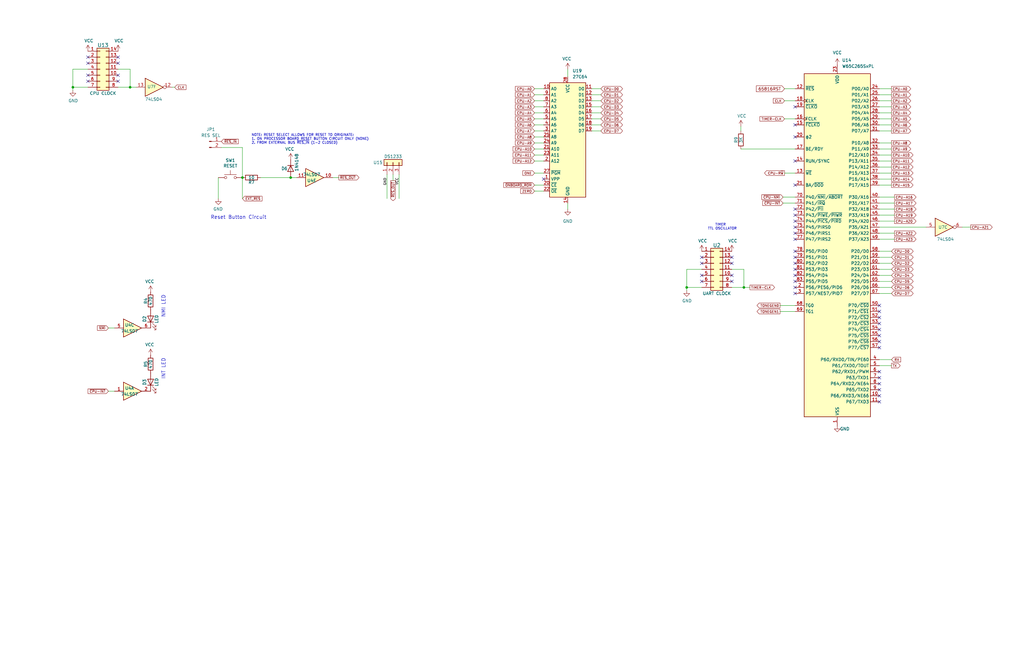
<source format=kicad_sch>
(kicad_sch (version 20211123) (generator eeschema)

  (uuid 4045b74c-7db6-4dd7-b540-c22208f5f53c)

  (paper "USLedger")

  (title_block
    (title "Duodyne 65265 CPU board")
    (date "2025-04-12")
    (rev "V0.5")
  )

  (lib_symbols
    (symbol "65xxx-library:W65C265SxPL" (in_bom yes) (on_board yes)
      (property "Reference" "U" (id 0) (at 2.54 77.47 0)
        (effects (font (size 1.27 1.27)) (justify left))
      )
      (property "Value" "W65C265SxPL" (id 1) (at 2.54 74.93 0)
        (effects (font (size 1.27 1.27)) (justify left))
      )
      (property "Footprint" "Package_LCC:PLCC-84" (id 2) (at 0 88.9 0)
        (effects (font (size 1.27 1.27)) hide)
      )
      (property "Datasheet" "https://www.westerndesigncenter.com/wdc/documentation/w65c265s.pdf" (id 3) (at 0 86.36 0)
        (effects (font (size 1.27 1.27)) hide)
      )
      (property "ki_keywords" "65265 65C265 MCU uP" (id 4) (at 0 0 0)
        (effects (font (size 1.27 1.27)) hide)
      )
      (property "ki_description" "W65C265S 8/16-bit CMOS Microcontroller, PLCC-84" (id 5) (at 0 0 0)
        (effects (font (size 1.27 1.27)) hide)
      )
      (property "ki_fp_filters" "PLCC*" (id 6) (at 0 0 0)
        (effects (font (size 1.27 1.27)) hide)
      )
      (symbol "W65C265SxPL_0_1"
        (rectangle (start -13.97 72.39) (end 13.97 -72.39)
          (stroke (width 0.254) (type default) (color 0 0 0 0))
          (fill (type background))
        )
      )
      (symbol "W65C265SxPL_1_1"
        (pin power_in line (at 0 -76.2 90) (length 3.81)
          (name "VSS" (effects (font (size 1.27 1.27))))
          (number "1" (effects (font (size 1.27 1.27))))
        )
        (pin bidirectional line (at 17.78 -63.5 180) (length 3.81)
          (name "P66/RXD3/NE66" (effects (font (size 1.27 1.27))))
          (number "10" (effects (font (size 1.27 1.27))))
        )
        (pin bidirectional line (at 17.78 -66.04 180) (length 3.81)
          (name "P67/TXD3" (effects (font (size 1.27 1.27))))
          (number "11" (effects (font (size 1.27 1.27))))
        )
        (pin open_collector line (at -17.78 66.04 0) (length 3.81)
          (name "~{RES}" (effects (font (size 1.27 1.27))))
          (number "12" (effects (font (size 1.27 1.27))))
        )
        (pin bidirectional line (at -17.78 30.48 0) (length 3.81)
          (name "~{WE}" (effects (font (size 1.27 1.27))))
          (number "13" (effects (font (size 1.27 1.27))))
        )
        (pin output line (at -17.78 35.56 0) (length 3.81)
          (name "RUN/SYNC" (effects (font (size 1.27 1.27))))
          (number "14" (effects (font (size 1.27 1.27))))
        )
        (pin output line (at -17.78 50.8 0) (length 3.81)
          (name "~{FCLKO}" (effects (font (size 1.27 1.27))))
          (number "15" (effects (font (size 1.27 1.27))))
        )
        (pin input clock (at -17.78 53.34 0) (length 3.81)
          (name "FCLK" (effects (font (size 1.27 1.27))))
          (number "16" (effects (font (size 1.27 1.27))))
        )
        (pin input line (at -17.78 40.64 0) (length 3.81)
          (name "BE/RDY" (effects (font (size 1.27 1.27))))
          (number "17" (effects (font (size 1.27 1.27))))
        )
        (pin input clock (at -17.78 60.96 0) (length 3.81)
          (name "CLK" (effects (font (size 1.27 1.27))))
          (number "18" (effects (font (size 1.27 1.27))))
        )
        (pin output line (at -17.78 58.42 0) (length 3.81)
          (name "~{CLKO}" (effects (font (size 1.27 1.27))))
          (number "19" (effects (font (size 1.27 1.27))))
        )
        (pin bidirectional line (at -17.78 -17.78 0) (length 3.81)
          (name "P56/PE56/PID6" (effects (font (size 1.27 1.27))))
          (number "2" (effects (font (size 1.27 1.27))))
        )
        (pin output line (at -17.78 45.72 0) (length 3.81)
          (name "ϕ2" (effects (font (size 1.27 1.27))))
          (number "20" (effects (font (size 1.27 1.27))))
        )
        (pin output line (at -17.78 25.4 0) (length 3.81)
          (name "BA/~{DOD}" (effects (font (size 1.27 1.27))))
          (number "21" (effects (font (size 1.27 1.27))))
        )
        (pin passive line (at 0 -76.2 90) (length 3.81) hide
          (name "VSS" (effects (font (size 1.27 1.27))))
          (number "22" (effects (font (size 1.27 1.27))))
        )
        (pin power_in line (at 0 76.2 270) (length 3.81)
          (name "VDD" (effects (font (size 1.27 1.27))))
          (number "23" (effects (font (size 1.27 1.27))))
        )
        (pin bidirectional line (at 17.78 66.04 180) (length 3.81)
          (name "P00/A0" (effects (font (size 1.27 1.27))))
          (number "24" (effects (font (size 1.27 1.27))))
        )
        (pin bidirectional line (at 17.78 63.5 180) (length 3.81)
          (name "P01/A1" (effects (font (size 1.27 1.27))))
          (number "25" (effects (font (size 1.27 1.27))))
        )
        (pin bidirectional line (at 17.78 60.96 180) (length 3.81)
          (name "P02/A2" (effects (font (size 1.27 1.27))))
          (number "26" (effects (font (size 1.27 1.27))))
        )
        (pin bidirectional line (at 17.78 58.42 180) (length 3.81)
          (name "P03/A3" (effects (font (size 1.27 1.27))))
          (number "27" (effects (font (size 1.27 1.27))))
        )
        (pin bidirectional line (at 17.78 55.88 180) (length 3.81)
          (name "P04/A4" (effects (font (size 1.27 1.27))))
          (number "28" (effects (font (size 1.27 1.27))))
        )
        (pin bidirectional line (at 17.78 53.34 180) (length 3.81)
          (name "P05/A5" (effects (font (size 1.27 1.27))))
          (number "29" (effects (font (size 1.27 1.27))))
        )
        (pin bidirectional line (at -17.78 -20.32 0) (length 3.81)
          (name "P57/NE57/PID7" (effects (font (size 1.27 1.27))))
          (number "3" (effects (font (size 1.27 1.27))))
        )
        (pin bidirectional line (at 17.78 50.8 180) (length 3.81)
          (name "P06/A6" (effects (font (size 1.27 1.27))))
          (number "30" (effects (font (size 1.27 1.27))))
        )
        (pin bidirectional line (at 17.78 48.26 180) (length 3.81)
          (name "P07/A7" (effects (font (size 1.27 1.27))))
          (number "31" (effects (font (size 1.27 1.27))))
        )
        (pin bidirectional line (at 17.78 43.18 180) (length 3.81)
          (name "P10/A8" (effects (font (size 1.27 1.27))))
          (number "32" (effects (font (size 1.27 1.27))))
        )
        (pin bidirectional line (at 17.78 40.64 180) (length 3.81)
          (name "P11/A9" (effects (font (size 1.27 1.27))))
          (number "33" (effects (font (size 1.27 1.27))))
        )
        (pin bidirectional line (at 17.78 38.1 180) (length 3.81)
          (name "P12/A10" (effects (font (size 1.27 1.27))))
          (number "34" (effects (font (size 1.27 1.27))))
        )
        (pin bidirectional line (at 17.78 35.56 180) (length 3.81)
          (name "P13/A11" (effects (font (size 1.27 1.27))))
          (number "35" (effects (font (size 1.27 1.27))))
        )
        (pin bidirectional line (at 17.78 33.02 180) (length 3.81)
          (name "P14/A12" (effects (font (size 1.27 1.27))))
          (number "36" (effects (font (size 1.27 1.27))))
        )
        (pin bidirectional line (at 17.78 30.48 180) (length 3.81)
          (name "P15/A13" (effects (font (size 1.27 1.27))))
          (number "37" (effects (font (size 1.27 1.27))))
        )
        (pin bidirectional line (at 17.78 27.94 180) (length 3.81)
          (name "P16/A14" (effects (font (size 1.27 1.27))))
          (number "38" (effects (font (size 1.27 1.27))))
        )
        (pin bidirectional line (at 17.78 25.4 180) (length 3.81)
          (name "P17/A15" (effects (font (size 1.27 1.27))))
          (number "39" (effects (font (size 1.27 1.27))))
        )
        (pin bidirectional line (at 17.78 -48.26 180) (length 3.81)
          (name "P60/RXD0/TIN/PE60" (effects (font (size 1.27 1.27))))
          (number "4" (effects (font (size 1.27 1.27))))
        )
        (pin bidirectional line (at 17.78 20.32 180) (length 3.81)
          (name "P30/A16" (effects (font (size 1.27 1.27))))
          (number "40" (effects (font (size 1.27 1.27))))
        )
        (pin bidirectional line (at 17.78 17.78 180) (length 3.81)
          (name "P31/A17" (effects (font (size 1.27 1.27))))
          (number "41" (effects (font (size 1.27 1.27))))
        )
        (pin bidirectional line (at 17.78 15.24 180) (length 3.81)
          (name "P32/A18" (effects (font (size 1.27 1.27))))
          (number "42" (effects (font (size 1.27 1.27))))
        )
        (pin passive line (at 0 -76.2 90) (length 3.81) hide
          (name "VSS" (effects (font (size 1.27 1.27))))
          (number "43" (effects (font (size 1.27 1.27))))
        )
        (pin passive line (at 0 76.2 270) (length 3.81) hide
          (name "VDD" (effects (font (size 1.27 1.27))))
          (number "44" (effects (font (size 1.27 1.27))))
        )
        (pin bidirectional line (at 17.78 12.7 180) (length 3.81)
          (name "P33/A19" (effects (font (size 1.27 1.27))))
          (number "45" (effects (font (size 1.27 1.27))))
        )
        (pin bidirectional line (at 17.78 10.16 180) (length 3.81)
          (name "P34/A20" (effects (font (size 1.27 1.27))))
          (number "46" (effects (font (size 1.27 1.27))))
        )
        (pin bidirectional line (at 17.78 7.62 180) (length 3.81)
          (name "P35/A21" (effects (font (size 1.27 1.27))))
          (number "47" (effects (font (size 1.27 1.27))))
        )
        (pin bidirectional line (at 17.78 5.08 180) (length 3.81)
          (name "P36/A22" (effects (font (size 1.27 1.27))))
          (number "48" (effects (font (size 1.27 1.27))))
        )
        (pin bidirectional line (at 17.78 2.54 180) (length 3.81)
          (name "P37/A23" (effects (font (size 1.27 1.27))))
          (number "49" (effects (font (size 1.27 1.27))))
        )
        (pin bidirectional line (at 17.78 -50.8 180) (length 3.81)
          (name "P61/TXD0/TOUT" (effects (font (size 1.27 1.27))))
          (number "5" (effects (font (size 1.27 1.27))))
        )
        (pin bidirectional line (at 17.78 -25.4 180) (length 3.81)
          (name "P70/~{CS0}" (effects (font (size 1.27 1.27))))
          (number "50" (effects (font (size 1.27 1.27))))
        )
        (pin bidirectional line (at 17.78 -27.94 180) (length 3.81)
          (name "P71/~{CS1}" (effects (font (size 1.27 1.27))))
          (number "51" (effects (font (size 1.27 1.27))))
        )
        (pin bidirectional line (at 17.78 -30.48 180) (length 3.81)
          (name "P72/~{CS2}" (effects (font (size 1.27 1.27))))
          (number "52" (effects (font (size 1.27 1.27))))
        )
        (pin bidirectional line (at 17.78 -33.02 180) (length 3.81)
          (name "P73/~{CS3}" (effects (font (size 1.27 1.27))))
          (number "53" (effects (font (size 1.27 1.27))))
        )
        (pin bidirectional line (at 17.78 -35.56 180) (length 3.81)
          (name "P74/~{CS4}" (effects (font (size 1.27 1.27))))
          (number "54" (effects (font (size 1.27 1.27))))
        )
        (pin bidirectional line (at 17.78 -38.1 180) (length 3.81)
          (name "P75/~{CS5}" (effects (font (size 1.27 1.27))))
          (number "55" (effects (font (size 1.27 1.27))))
        )
        (pin bidirectional line (at 17.78 -40.64 180) (length 3.81)
          (name "P76/~{CS6}" (effects (font (size 1.27 1.27))))
          (number "56" (effects (font (size 1.27 1.27))))
        )
        (pin bidirectional line (at 17.78 -43.18 180) (length 3.81)
          (name "P77/~{CS7}" (effects (font (size 1.27 1.27))))
          (number "57" (effects (font (size 1.27 1.27))))
        )
        (pin bidirectional line (at 17.78 -2.54 180) (length 3.81)
          (name "P20/D0" (effects (font (size 1.27 1.27))))
          (number "58" (effects (font (size 1.27 1.27))))
        )
        (pin bidirectional line (at 17.78 -5.08 180) (length 3.81)
          (name "P21/D1" (effects (font (size 1.27 1.27))))
          (number "59" (effects (font (size 1.27 1.27))))
        )
        (pin bidirectional line (at 17.78 -53.34 180) (length 3.81)
          (name "P62/RXD1/PWM" (effects (font (size 1.27 1.27))))
          (number "6" (effects (font (size 1.27 1.27))))
        )
        (pin bidirectional line (at 17.78 -7.62 180) (length 3.81)
          (name "P22/D2" (effects (font (size 1.27 1.27))))
          (number "60" (effects (font (size 1.27 1.27))))
        )
        (pin bidirectional line (at 17.78 -10.16 180) (length 3.81)
          (name "P23/D3" (effects (font (size 1.27 1.27))))
          (number "61" (effects (font (size 1.27 1.27))))
        )
        (pin bidirectional line (at 17.78 -12.7 180) (length 3.81)
          (name "P24/D4" (effects (font (size 1.27 1.27))))
          (number "62" (effects (font (size 1.27 1.27))))
        )
        (pin passive line (at 0 76.2 270) (length 3.81) hide
          (name "VDD" (effects (font (size 1.27 1.27))))
          (number "63" (effects (font (size 1.27 1.27))))
        )
        (pin passive line (at 0 -76.2 90) (length 3.81) hide
          (name "VSS" (effects (font (size 1.27 1.27))))
          (number "64" (effects (font (size 1.27 1.27))))
        )
        (pin bidirectional line (at 17.78 -15.24 180) (length 3.81)
          (name "P25/D5" (effects (font (size 1.27 1.27))))
          (number "65" (effects (font (size 1.27 1.27))))
        )
        (pin bidirectional line (at 17.78 -17.78 180) (length 3.81)
          (name "P26/D6" (effects (font (size 1.27 1.27))))
          (number "66" (effects (font (size 1.27 1.27))))
        )
        (pin bidirectional line (at 17.78 -20.32 180) (length 3.81)
          (name "P27/D7" (effects (font (size 1.27 1.27))))
          (number "67" (effects (font (size 1.27 1.27))))
        )
        (pin output line (at -17.78 -25.4 0) (length 3.81)
          (name "TG0" (effects (font (size 1.27 1.27))))
          (number "68" (effects (font (size 1.27 1.27))))
        )
        (pin output line (at -17.78 -27.94 0) (length 3.81)
          (name "TG1" (effects (font (size 1.27 1.27))))
          (number "69" (effects (font (size 1.27 1.27))))
        )
        (pin bidirectional line (at 17.78 -55.88 180) (length 3.81)
          (name "P63/TXD1" (effects (font (size 1.27 1.27))))
          (number "7" (effects (font (size 1.27 1.27))))
        )
        (pin bidirectional line (at -17.78 20.32 0) (length 3.81)
          (name "P40/~{NMI}/~{ABORT}" (effects (font (size 1.27 1.27))))
          (number "70" (effects (font (size 1.27 1.27))))
        )
        (pin bidirectional line (at -17.78 17.78 0) (length 3.81)
          (name "P41/~{IRQ}" (effects (font (size 1.27 1.27))))
          (number "71" (effects (font (size 1.27 1.27))))
        )
        (pin bidirectional line (at -17.78 15.24 0) (length 3.81)
          (name "P42/~{PII}" (effects (font (size 1.27 1.27))))
          (number "72" (effects (font (size 1.27 1.27))))
        )
        (pin bidirectional line (at -17.78 12.7 0) (length 3.81)
          (name "P43/~{PIWE}/~{PIWR}" (effects (font (size 1.27 1.27))))
          (number "73" (effects (font (size 1.27 1.27))))
        )
        (pin bidirectional line (at -17.78 10.16 0) (length 3.81)
          (name "P44/~{PICS}/~{PIRD}" (effects (font (size 1.27 1.27))))
          (number "74" (effects (font (size 1.27 1.27))))
        )
        (pin bidirectional line (at -17.78 7.62 0) (length 3.81)
          (name "P45/PIRS0" (effects (font (size 1.27 1.27))))
          (number "75" (effects (font (size 1.27 1.27))))
        )
        (pin bidirectional line (at -17.78 5.08 0) (length 3.81)
          (name "P46/PIRS1" (effects (font (size 1.27 1.27))))
          (number "76" (effects (font (size 1.27 1.27))))
        )
        (pin bidirectional line (at -17.78 2.54 0) (length 3.81)
          (name "P47/PIRS2" (effects (font (size 1.27 1.27))))
          (number "77" (effects (font (size 1.27 1.27))))
        )
        (pin bidirectional line (at -17.78 -2.54 0) (length 3.81)
          (name "P50/PID0" (effects (font (size 1.27 1.27))))
          (number "78" (effects (font (size 1.27 1.27))))
        )
        (pin bidirectional line (at -17.78 -5.08 0) (length 3.81)
          (name "P51/PID1" (effects (font (size 1.27 1.27))))
          (number "79" (effects (font (size 1.27 1.27))))
        )
        (pin bidirectional line (at 17.78 -58.42 180) (length 3.81)
          (name "P64/RXD2/NE64" (effects (font (size 1.27 1.27))))
          (number "8" (effects (font (size 1.27 1.27))))
        )
        (pin bidirectional line (at -17.78 -7.62 0) (length 3.81)
          (name "P52/PID2" (effects (font (size 1.27 1.27))))
          (number "80" (effects (font (size 1.27 1.27))))
        )
        (pin bidirectional line (at -17.78 -10.16 0) (length 3.81)
          (name "P53/PID3" (effects (font (size 1.27 1.27))))
          (number "81" (effects (font (size 1.27 1.27))))
        )
        (pin bidirectional line (at -17.78 -12.7 0) (length 3.81)
          (name "P54/PID4" (effects (font (size 1.27 1.27))))
          (number "82" (effects (font (size 1.27 1.27))))
        )
        (pin bidirectional line (at -17.78 -15.24 0) (length 3.81)
          (name "P55/PID5" (effects (font (size 1.27 1.27))))
          (number "83" (effects (font (size 1.27 1.27))))
        )
        (pin passive line (at 0 76.2 270) (length 3.81) hide
          (name "VDD" (effects (font (size 1.27 1.27))))
          (number "84" (effects (font (size 1.27 1.27))))
        )
        (pin bidirectional line (at 17.78 -60.96 180) (length 3.81)
          (name "P65/TXD2" (effects (font (size 1.27 1.27))))
          (number "9" (effects (font (size 1.27 1.27))))
        )
      )
    )
    (symbol "74xx:74LS04" (in_bom yes) (on_board yes)
      (property "Reference" "U" (id 0) (at 0 1.27 0)
        (effects (font (size 1.27 1.27)))
      )
      (property "Value" "74LS04" (id 1) (at 0 -1.27 0)
        (effects (font (size 1.27 1.27)))
      )
      (property "Footprint" "" (id 2) (at 0 0 0)
        (effects (font (size 1.27 1.27)) hide)
      )
      (property "Datasheet" "http://www.ti.com/lit/gpn/sn74LS04" (id 3) (at 0 0 0)
        (effects (font (size 1.27 1.27)) hide)
      )
      (property "ki_locked" "" (id 4) (at 0 0 0)
        (effects (font (size 1.27 1.27)))
      )
      (property "ki_keywords" "TTL not inv" (id 5) (at 0 0 0)
        (effects (font (size 1.27 1.27)) hide)
      )
      (property "ki_description" "Hex Inverter" (id 6) (at 0 0 0)
        (effects (font (size 1.27 1.27)) hide)
      )
      (property "ki_fp_filters" "DIP*W7.62mm* SSOP?14* TSSOP?14*" (id 7) (at 0 0 0)
        (effects (font (size 1.27 1.27)) hide)
      )
      (symbol "74LS04_1_0"
        (polyline
          (pts
            (xy -3.81 3.81)
            (xy -3.81 -3.81)
            (xy 3.81 0)
            (xy -3.81 3.81)
          )
          (stroke (width 0.254) (type default) (color 0 0 0 0))
          (fill (type background))
        )
        (pin input line (at -7.62 0 0) (length 3.81)
          (name "~" (effects (font (size 1.27 1.27))))
          (number "1" (effects (font (size 1.27 1.27))))
        )
        (pin output inverted (at 7.62 0 180) (length 3.81)
          (name "~" (effects (font (size 1.27 1.27))))
          (number "2" (effects (font (size 1.27 1.27))))
        )
      )
      (symbol "74LS04_2_0"
        (polyline
          (pts
            (xy -3.81 3.81)
            (xy -3.81 -3.81)
            (xy 3.81 0)
            (xy -3.81 3.81)
          )
          (stroke (width 0.254) (type default) (color 0 0 0 0))
          (fill (type background))
        )
        (pin input line (at -7.62 0 0) (length 3.81)
          (name "~" (effects (font (size 1.27 1.27))))
          (number "3" (effects (font (size 1.27 1.27))))
        )
        (pin output inverted (at 7.62 0 180) (length 3.81)
          (name "~" (effects (font (size 1.27 1.27))))
          (number "4" (effects (font (size 1.27 1.27))))
        )
      )
      (symbol "74LS04_3_0"
        (polyline
          (pts
            (xy -3.81 3.81)
            (xy -3.81 -3.81)
            (xy 3.81 0)
            (xy -3.81 3.81)
          )
          (stroke (width 0.254) (type default) (color 0 0 0 0))
          (fill (type background))
        )
        (pin input line (at -7.62 0 0) (length 3.81)
          (name "~" (effects (font (size 1.27 1.27))))
          (number "5" (effects (font (size 1.27 1.27))))
        )
        (pin output inverted (at 7.62 0 180) (length 3.81)
          (name "~" (effects (font (size 1.27 1.27))))
          (number "6" (effects (font (size 1.27 1.27))))
        )
      )
      (symbol "74LS04_4_0"
        (polyline
          (pts
            (xy -3.81 3.81)
            (xy -3.81 -3.81)
            (xy 3.81 0)
            (xy -3.81 3.81)
          )
          (stroke (width 0.254) (type default) (color 0 0 0 0))
          (fill (type background))
        )
        (pin output inverted (at 7.62 0 180) (length 3.81)
          (name "~" (effects (font (size 1.27 1.27))))
          (number "8" (effects (font (size 1.27 1.27))))
        )
        (pin input line (at -7.62 0 0) (length 3.81)
          (name "~" (effects (font (size 1.27 1.27))))
          (number "9" (effects (font (size 1.27 1.27))))
        )
      )
      (symbol "74LS04_5_0"
        (polyline
          (pts
            (xy -3.81 3.81)
            (xy -3.81 -3.81)
            (xy 3.81 0)
            (xy -3.81 3.81)
          )
          (stroke (width 0.254) (type default) (color 0 0 0 0))
          (fill (type background))
        )
        (pin output inverted (at 7.62 0 180) (length 3.81)
          (name "~" (effects (font (size 1.27 1.27))))
          (number "10" (effects (font (size 1.27 1.27))))
        )
        (pin input line (at -7.62 0 0) (length 3.81)
          (name "~" (effects (font (size 1.27 1.27))))
          (number "11" (effects (font (size 1.27 1.27))))
        )
      )
      (symbol "74LS04_6_0"
        (polyline
          (pts
            (xy -3.81 3.81)
            (xy -3.81 -3.81)
            (xy 3.81 0)
            (xy -3.81 3.81)
          )
          (stroke (width 0.254) (type default) (color 0 0 0 0))
          (fill (type background))
        )
        (pin output inverted (at 7.62 0 180) (length 3.81)
          (name "~" (effects (font (size 1.27 1.27))))
          (number "12" (effects (font (size 1.27 1.27))))
        )
        (pin input line (at -7.62 0 0) (length 3.81)
          (name "~" (effects (font (size 1.27 1.27))))
          (number "13" (effects (font (size 1.27 1.27))))
        )
      )
      (symbol "74LS04_7_0"
        (pin power_in line (at 0 12.7 270) (length 5.08)
          (name "VCC" (effects (font (size 1.27 1.27))))
          (number "14" (effects (font (size 1.27 1.27))))
        )
        (pin power_in line (at 0 -12.7 90) (length 5.08)
          (name "GND" (effects (font (size 1.27 1.27))))
          (number "7" (effects (font (size 1.27 1.27))))
        )
      )
      (symbol "74LS04_7_1"
        (rectangle (start -5.08 7.62) (end 5.08 -7.62)
          (stroke (width 0.254) (type default) (color 0 0 0 0))
          (fill (type background))
        )
      )
    )
    (symbol "74xx:74LS07" (pin_names (offset 1.016)) (in_bom yes) (on_board yes)
      (property "Reference" "U" (id 0) (at 0 1.27 0)
        (effects (font (size 1.27 1.27)))
      )
      (property "Value" "74LS07" (id 1) (at 0 -1.27 0)
        (effects (font (size 1.27 1.27)))
      )
      (property "Footprint" "" (id 2) (at 0 0 0)
        (effects (font (size 1.27 1.27)) hide)
      )
      (property "Datasheet" "www.ti.com/lit/ds/symlink/sn74ls07.pdf" (id 3) (at 0 0 0)
        (effects (font (size 1.27 1.27)) hide)
      )
      (property "ki_locked" "" (id 4) (at 0 0 0)
        (effects (font (size 1.27 1.27)))
      )
      (property "ki_keywords" "TTL hex buffer OpenCol" (id 5) (at 0 0 0)
        (effects (font (size 1.27 1.27)) hide)
      )
      (property "ki_description" "Hex Buffers and Drivers With Open Collector High Voltage Outputs" (id 6) (at 0 0 0)
        (effects (font (size 1.27 1.27)) hide)
      )
      (property "ki_fp_filters" "SOIC*3.9x8.7mm*P1.27mm* TSSOP*4.4x5mm*P0.65mm* DIP*W7.62mm*" (id 7) (at 0 0 0)
        (effects (font (size 1.27 1.27)) hide)
      )
      (symbol "74LS07_1_0"
        (polyline
          (pts
            (xy -3.81 3.81)
            (xy -3.81 -3.81)
            (xy 3.81 0)
            (xy -3.81 3.81)
          )
          (stroke (width 0.254) (type default) (color 0 0 0 0))
          (fill (type background))
        )
        (pin input line (at -7.62 0 0) (length 3.81)
          (name "~" (effects (font (size 1.27 1.27))))
          (number "1" (effects (font (size 1.27 1.27))))
        )
        (pin open_collector line (at 7.62 0 180) (length 3.81)
          (name "~" (effects (font (size 1.27 1.27))))
          (number "2" (effects (font (size 1.27 1.27))))
        )
      )
      (symbol "74LS07_2_0"
        (polyline
          (pts
            (xy -3.81 3.81)
            (xy -3.81 -3.81)
            (xy 3.81 0)
            (xy -3.81 3.81)
          )
          (stroke (width 0.254) (type default) (color 0 0 0 0))
          (fill (type background))
        )
        (pin input line (at -7.62 0 0) (length 3.81)
          (name "~" (effects (font (size 1.27 1.27))))
          (number "3" (effects (font (size 1.27 1.27))))
        )
        (pin open_collector line (at 7.62 0 180) (length 3.81)
          (name "~" (effects (font (size 1.27 1.27))))
          (number "4" (effects (font (size 1.27 1.27))))
        )
      )
      (symbol "74LS07_3_0"
        (polyline
          (pts
            (xy -3.81 3.81)
            (xy -3.81 -3.81)
            (xy 3.81 0)
            (xy -3.81 3.81)
          )
          (stroke (width 0.254) (type default) (color 0 0 0 0))
          (fill (type background))
        )
        (pin input line (at -7.62 0 0) (length 3.81)
          (name "~" (effects (font (size 1.27 1.27))))
          (number "5" (effects (font (size 1.27 1.27))))
        )
        (pin open_collector line (at 7.62 0 180) (length 3.81)
          (name "~" (effects (font (size 1.27 1.27))))
          (number "6" (effects (font (size 1.27 1.27))))
        )
      )
      (symbol "74LS07_4_0"
        (polyline
          (pts
            (xy -3.81 3.81)
            (xy -3.81 -3.81)
            (xy 3.81 0)
            (xy -3.81 3.81)
          )
          (stroke (width 0.254) (type default) (color 0 0 0 0))
          (fill (type background))
        )
        (pin open_collector line (at 7.62 0 180) (length 3.81)
          (name "~" (effects (font (size 1.27 1.27))))
          (number "8" (effects (font (size 1.27 1.27))))
        )
        (pin input line (at -7.62 0 0) (length 3.81)
          (name "~" (effects (font (size 1.27 1.27))))
          (number "9" (effects (font (size 1.27 1.27))))
        )
      )
      (symbol "74LS07_5_0"
        (polyline
          (pts
            (xy -3.81 3.81)
            (xy -3.81 -3.81)
            (xy 3.81 0)
            (xy -3.81 3.81)
          )
          (stroke (width 0.254) (type default) (color 0 0 0 0))
          (fill (type background))
        )
        (pin open_collector line (at 7.62 0 180) (length 3.81)
          (name "~" (effects (font (size 1.27 1.27))))
          (number "10" (effects (font (size 1.27 1.27))))
        )
        (pin input line (at -7.62 0 0) (length 3.81)
          (name "~" (effects (font (size 1.27 1.27))))
          (number "11" (effects (font (size 1.27 1.27))))
        )
      )
      (symbol "74LS07_6_0"
        (polyline
          (pts
            (xy -3.81 3.81)
            (xy -3.81 -3.81)
            (xy 3.81 0)
            (xy -3.81 3.81)
          )
          (stroke (width 0.254) (type default) (color 0 0 0 0))
          (fill (type background))
        )
        (pin open_collector line (at 7.62 0 180) (length 3.81)
          (name "~" (effects (font (size 1.27 1.27))))
          (number "12" (effects (font (size 1.27 1.27))))
        )
        (pin input line (at -7.62 0 0) (length 3.81)
          (name "~" (effects (font (size 1.27 1.27))))
          (number "13" (effects (font (size 1.27 1.27))))
        )
      )
      (symbol "74LS07_7_0"
        (pin power_in line (at 0 12.7 270) (length 5.08)
          (name "VCC" (effects (font (size 1.27 1.27))))
          (number "14" (effects (font (size 1.27 1.27))))
        )
        (pin power_in line (at 0 -12.7 90) (length 5.08)
          (name "GND" (effects (font (size 1.27 1.27))))
          (number "7" (effects (font (size 1.27 1.27))))
        )
      )
      (symbol "74LS07_7_1"
        (rectangle (start -5.08 7.62) (end 5.08 -7.62)
          (stroke (width 0.254) (type default) (color 0 0 0 0))
          (fill (type background))
        )
      )
    )
    (symbol "Connector:Conn_01x02_Male" (pin_names (offset 1.016) hide) (in_bom yes) (on_board yes)
      (property "Reference" "J" (id 0) (at 0 2.54 0)
        (effects (font (size 1.27 1.27)))
      )
      (property "Value" "Conn_01x02_Male" (id 1) (at 0 -5.08 0)
        (effects (font (size 1.27 1.27)))
      )
      (property "Footprint" "" (id 2) (at 0 0 0)
        (effects (font (size 1.27 1.27)) hide)
      )
      (property "Datasheet" "~" (id 3) (at 0 0 0)
        (effects (font (size 1.27 1.27)) hide)
      )
      (property "ki_keywords" "connector" (id 4) (at 0 0 0)
        (effects (font (size 1.27 1.27)) hide)
      )
      (property "ki_description" "Generic connector, single row, 01x02, script generated (kicad-library-utils/schlib/autogen/connector/)" (id 5) (at 0 0 0)
        (effects (font (size 1.27 1.27)) hide)
      )
      (property "ki_fp_filters" "Connector*:*_1x??_*" (id 6) (at 0 0 0)
        (effects (font (size 1.27 1.27)) hide)
      )
      (symbol "Conn_01x02_Male_1_1"
        (polyline
          (pts
            (xy 1.27 -2.54)
            (xy 0.8636 -2.54)
          )
          (stroke (width 0.1524) (type default) (color 0 0 0 0))
          (fill (type none))
        )
        (polyline
          (pts
            (xy 1.27 0)
            (xy 0.8636 0)
          )
          (stroke (width 0.1524) (type default) (color 0 0 0 0))
          (fill (type none))
        )
        (rectangle (start 0.8636 -2.413) (end 0 -2.667)
          (stroke (width 0.1524) (type default) (color 0 0 0 0))
          (fill (type outline))
        )
        (rectangle (start 0.8636 0.127) (end 0 -0.127)
          (stroke (width 0.1524) (type default) (color 0 0 0 0))
          (fill (type outline))
        )
        (pin passive line (at 5.08 0 180) (length 3.81)
          (name "Pin_1" (effects (font (size 1.27 1.27))))
          (number "1" (effects (font (size 1.27 1.27))))
        )
        (pin passive line (at 5.08 -2.54 180) (length 3.81)
          (name "Pin_2" (effects (font (size 1.27 1.27))))
          (number "2" (effects (font (size 1.27 1.27))))
        )
      )
    )
    (symbol "Connector_Generic:Conn_01x03" (pin_names (offset 1.016) hide) (in_bom yes) (on_board yes)
      (property "Reference" "J" (id 0) (at 0 5.08 0)
        (effects (font (size 1.27 1.27)))
      )
      (property "Value" "Conn_01x03" (id 1) (at 0 -5.08 0)
        (effects (font (size 1.27 1.27)))
      )
      (property "Footprint" "" (id 2) (at 0 0 0)
        (effects (font (size 1.27 1.27)) hide)
      )
      (property "Datasheet" "~" (id 3) (at 0 0 0)
        (effects (font (size 1.27 1.27)) hide)
      )
      (property "ki_keywords" "connector" (id 4) (at 0 0 0)
        (effects (font (size 1.27 1.27)) hide)
      )
      (property "ki_description" "Generic connector, single row, 01x03, script generated (kicad-library-utils/schlib/autogen/connector/)" (id 5) (at 0 0 0)
        (effects (font (size 1.27 1.27)) hide)
      )
      (property "ki_fp_filters" "Connector*:*_1x??_*" (id 6) (at 0 0 0)
        (effects (font (size 1.27 1.27)) hide)
      )
      (symbol "Conn_01x03_1_1"
        (rectangle (start -1.27 -2.413) (end 0 -2.667)
          (stroke (width 0.1524) (type default) (color 0 0 0 0))
          (fill (type none))
        )
        (rectangle (start -1.27 0.127) (end 0 -0.127)
          (stroke (width 0.1524) (type default) (color 0 0 0 0))
          (fill (type none))
        )
        (rectangle (start -1.27 2.667) (end 0 2.413)
          (stroke (width 0.1524) (type default) (color 0 0 0 0))
          (fill (type none))
        )
        (rectangle (start -1.27 3.81) (end 1.27 -3.81)
          (stroke (width 0.254) (type default) (color 0 0 0 0))
          (fill (type background))
        )
        (pin passive line (at -5.08 2.54 0) (length 3.81)
          (name "Pin_1" (effects (font (size 1.27 1.27))))
          (number "1" (effects (font (size 1.27 1.27))))
        )
        (pin passive line (at -5.08 0 0) (length 3.81)
          (name "Pin_2" (effects (font (size 1.27 1.27))))
          (number "2" (effects (font (size 1.27 1.27))))
        )
        (pin passive line (at -5.08 -2.54 0) (length 3.81)
          (name "Pin_3" (effects (font (size 1.27 1.27))))
          (number "3" (effects (font (size 1.27 1.27))))
        )
      )
    )
    (symbol "Connector_Generic:Conn_02x07_Counter_Clockwise" (pin_names (offset 1.016) hide) (in_bom yes) (on_board yes)
      (property "Reference" "J" (id 0) (at 1.27 10.16 0)
        (effects (font (size 1.27 1.27)))
      )
      (property "Value" "Conn_02x07_Counter_Clockwise" (id 1) (at 1.27 -10.16 0)
        (effects (font (size 1.27 1.27)))
      )
      (property "Footprint" "" (id 2) (at 0 0 0)
        (effects (font (size 1.27 1.27)) hide)
      )
      (property "Datasheet" "~" (id 3) (at 0 0 0)
        (effects (font (size 1.27 1.27)) hide)
      )
      (property "ki_keywords" "connector" (id 4) (at 0 0 0)
        (effects (font (size 1.27 1.27)) hide)
      )
      (property "ki_description" "Generic connector, double row, 02x07, counter clockwise pin numbering scheme (similar to DIP package numbering), script generated (kicad-library-utils/schlib/autogen/connector/)" (id 5) (at 0 0 0)
        (effects (font (size 1.27 1.27)) hide)
      )
      (property "ki_fp_filters" "Connector*:*_2x??_*" (id 6) (at 0 0 0)
        (effects (font (size 1.27 1.27)) hide)
      )
      (symbol "Conn_02x07_Counter_Clockwise_1_1"
        (rectangle (start -1.27 -7.493) (end 0 -7.747)
          (stroke (width 0.1524) (type default) (color 0 0 0 0))
          (fill (type none))
        )
        (rectangle (start -1.27 -4.953) (end 0 -5.207)
          (stroke (width 0.1524) (type default) (color 0 0 0 0))
          (fill (type none))
        )
        (rectangle (start -1.27 -2.413) (end 0 -2.667)
          (stroke (width 0.1524) (type default) (color 0 0 0 0))
          (fill (type none))
        )
        (rectangle (start -1.27 0.127) (end 0 -0.127)
          (stroke (width 0.1524) (type default) (color 0 0 0 0))
          (fill (type none))
        )
        (rectangle (start -1.27 2.667) (end 0 2.413)
          (stroke (width 0.1524) (type default) (color 0 0 0 0))
          (fill (type none))
        )
        (rectangle (start -1.27 5.207) (end 0 4.953)
          (stroke (width 0.1524) (type default) (color 0 0 0 0))
          (fill (type none))
        )
        (rectangle (start -1.27 7.747) (end 0 7.493)
          (stroke (width 0.1524) (type default) (color 0 0 0 0))
          (fill (type none))
        )
        (rectangle (start -1.27 8.89) (end 3.81 -8.89)
          (stroke (width 0.254) (type default) (color 0 0 0 0))
          (fill (type background))
        )
        (rectangle (start 3.81 -7.493) (end 2.54 -7.747)
          (stroke (width 0.1524) (type default) (color 0 0 0 0))
          (fill (type none))
        )
        (rectangle (start 3.81 -4.953) (end 2.54 -5.207)
          (stroke (width 0.1524) (type default) (color 0 0 0 0))
          (fill (type none))
        )
        (rectangle (start 3.81 -2.413) (end 2.54 -2.667)
          (stroke (width 0.1524) (type default) (color 0 0 0 0))
          (fill (type none))
        )
        (rectangle (start 3.81 0.127) (end 2.54 -0.127)
          (stroke (width 0.1524) (type default) (color 0 0 0 0))
          (fill (type none))
        )
        (rectangle (start 3.81 2.667) (end 2.54 2.413)
          (stroke (width 0.1524) (type default) (color 0 0 0 0))
          (fill (type none))
        )
        (rectangle (start 3.81 5.207) (end 2.54 4.953)
          (stroke (width 0.1524) (type default) (color 0 0 0 0))
          (fill (type none))
        )
        (rectangle (start 3.81 7.747) (end 2.54 7.493)
          (stroke (width 0.1524) (type default) (color 0 0 0 0))
          (fill (type none))
        )
        (pin passive line (at -5.08 7.62 0) (length 3.81)
          (name "Pin_1" (effects (font (size 1.27 1.27))))
          (number "1" (effects (font (size 1.27 1.27))))
        )
        (pin passive line (at 7.62 -2.54 180) (length 3.81)
          (name "Pin_10" (effects (font (size 1.27 1.27))))
          (number "10" (effects (font (size 1.27 1.27))))
        )
        (pin passive line (at 7.62 0 180) (length 3.81)
          (name "Pin_11" (effects (font (size 1.27 1.27))))
          (number "11" (effects (font (size 1.27 1.27))))
        )
        (pin passive line (at 7.62 2.54 180) (length 3.81)
          (name "Pin_12" (effects (font (size 1.27 1.27))))
          (number "12" (effects (font (size 1.27 1.27))))
        )
        (pin passive line (at 7.62 5.08 180) (length 3.81)
          (name "Pin_13" (effects (font (size 1.27 1.27))))
          (number "13" (effects (font (size 1.27 1.27))))
        )
        (pin passive line (at 7.62 7.62 180) (length 3.81)
          (name "Pin_14" (effects (font (size 1.27 1.27))))
          (number "14" (effects (font (size 1.27 1.27))))
        )
        (pin passive line (at -5.08 5.08 0) (length 3.81)
          (name "Pin_2" (effects (font (size 1.27 1.27))))
          (number "2" (effects (font (size 1.27 1.27))))
        )
        (pin passive line (at -5.08 2.54 0) (length 3.81)
          (name "Pin_3" (effects (font (size 1.27 1.27))))
          (number "3" (effects (font (size 1.27 1.27))))
        )
        (pin passive line (at -5.08 0 0) (length 3.81)
          (name "Pin_4" (effects (font (size 1.27 1.27))))
          (number "4" (effects (font (size 1.27 1.27))))
        )
        (pin passive line (at -5.08 -2.54 0) (length 3.81)
          (name "Pin_5" (effects (font (size 1.27 1.27))))
          (number "5" (effects (font (size 1.27 1.27))))
        )
        (pin passive line (at -5.08 -5.08 0) (length 3.81)
          (name "Pin_6" (effects (font (size 1.27 1.27))))
          (number "6" (effects (font (size 1.27 1.27))))
        )
        (pin passive line (at -5.08 -7.62 0) (length 3.81)
          (name "Pin_7" (effects (font (size 1.27 1.27))))
          (number "7" (effects (font (size 1.27 1.27))))
        )
        (pin passive line (at 7.62 -7.62 180) (length 3.81)
          (name "Pin_8" (effects (font (size 1.27 1.27))))
          (number "8" (effects (font (size 1.27 1.27))))
        )
        (pin passive line (at 7.62 -5.08 180) (length 3.81)
          (name "Pin_9" (effects (font (size 1.27 1.27))))
          (number "9" (effects (font (size 1.27 1.27))))
        )
      )
    )
    (symbol "Device:LED" (pin_numbers hide) (pin_names (offset 1.016) hide) (in_bom yes) (on_board yes)
      (property "Reference" "D" (id 0) (at 0 2.54 0)
        (effects (font (size 1.27 1.27)))
      )
      (property "Value" "LED" (id 1) (at 0 -2.54 0)
        (effects (font (size 1.27 1.27)))
      )
      (property "Footprint" "" (id 2) (at 0 0 0)
        (effects (font (size 1.27 1.27)) hide)
      )
      (property "Datasheet" "~" (id 3) (at 0 0 0)
        (effects (font (size 1.27 1.27)) hide)
      )
      (property "ki_keywords" "LED diode" (id 4) (at 0 0 0)
        (effects (font (size 1.27 1.27)) hide)
      )
      (property "ki_description" "Light emitting diode" (id 5) (at 0 0 0)
        (effects (font (size 1.27 1.27)) hide)
      )
      (property "ki_fp_filters" "LED* LED_SMD:* LED_THT:*" (id 6) (at 0 0 0)
        (effects (font (size 1.27 1.27)) hide)
      )
      (symbol "LED_0_1"
        (polyline
          (pts
            (xy -1.27 -1.27)
            (xy -1.27 1.27)
          )
          (stroke (width 0.254) (type default) (color 0 0 0 0))
          (fill (type none))
        )
        (polyline
          (pts
            (xy -1.27 0)
            (xy 1.27 0)
          )
          (stroke (width 0) (type default) (color 0 0 0 0))
          (fill (type none))
        )
        (polyline
          (pts
            (xy 1.27 -1.27)
            (xy 1.27 1.27)
            (xy -1.27 0)
            (xy 1.27 -1.27)
          )
          (stroke (width 0.254) (type default) (color 0 0 0 0))
          (fill (type none))
        )
        (polyline
          (pts
            (xy -3.048 -0.762)
            (xy -4.572 -2.286)
            (xy -3.81 -2.286)
            (xy -4.572 -2.286)
            (xy -4.572 -1.524)
          )
          (stroke (width 0) (type default) (color 0 0 0 0))
          (fill (type none))
        )
        (polyline
          (pts
            (xy -1.778 -0.762)
            (xy -3.302 -2.286)
            (xy -2.54 -2.286)
            (xy -3.302 -2.286)
            (xy -3.302 -1.524)
          )
          (stroke (width 0) (type default) (color 0 0 0 0))
          (fill (type none))
        )
      )
      (symbol "LED_1_1"
        (pin passive line (at -3.81 0 0) (length 2.54)
          (name "K" (effects (font (size 1.27 1.27))))
          (number "1" (effects (font (size 1.27 1.27))))
        )
        (pin passive line (at 3.81 0 180) (length 2.54)
          (name "A" (effects (font (size 1.27 1.27))))
          (number "2" (effects (font (size 1.27 1.27))))
        )
      )
    )
    (symbol "Device:R" (pin_numbers hide) (pin_names (offset 0)) (in_bom yes) (on_board yes)
      (property "Reference" "R" (id 0) (at 2.032 0 90)
        (effects (font (size 1.27 1.27)))
      )
      (property "Value" "R" (id 1) (at 0 0 90)
        (effects (font (size 1.27 1.27)))
      )
      (property "Footprint" "" (id 2) (at -1.778 0 90)
        (effects (font (size 1.27 1.27)) hide)
      )
      (property "Datasheet" "~" (id 3) (at 0 0 0)
        (effects (font (size 1.27 1.27)) hide)
      )
      (property "ki_keywords" "R res resistor" (id 4) (at 0 0 0)
        (effects (font (size 1.27 1.27)) hide)
      )
      (property "ki_description" "Resistor" (id 5) (at 0 0 0)
        (effects (font (size 1.27 1.27)) hide)
      )
      (property "ki_fp_filters" "R_*" (id 6) (at 0 0 0)
        (effects (font (size 1.27 1.27)) hide)
      )
      (symbol "R_0_1"
        (rectangle (start -1.016 -2.54) (end 1.016 2.54)
          (stroke (width 0.254) (type default) (color 0 0 0 0))
          (fill (type none))
        )
      )
      (symbol "R_1_1"
        (pin passive line (at 0 3.81 270) (length 1.27)
          (name "~" (effects (font (size 1.27 1.27))))
          (number "1" (effects (font (size 1.27 1.27))))
        )
        (pin passive line (at 0 -3.81 90) (length 1.27)
          (name "~" (effects (font (size 1.27 1.27))))
          (number "2" (effects (font (size 1.27 1.27))))
        )
      )
    )
    (symbol "Diode:1N4148" (pin_numbers hide) (pin_names hide) (in_bom yes) (on_board yes)
      (property "Reference" "D" (id 0) (at 0 2.54 0)
        (effects (font (size 1.27 1.27)))
      )
      (property "Value" "1N4148" (id 1) (at 0 -2.54 0)
        (effects (font (size 1.27 1.27)))
      )
      (property "Footprint" "Diode_THT:D_DO-35_SOD27_P7.62mm_Horizontal" (id 2) (at 0 0 0)
        (effects (font (size 1.27 1.27)) hide)
      )
      (property "Datasheet" "https://assets.nexperia.com/documents/data-sheet/1N4148_1N4448.pdf" (id 3) (at 0 0 0)
        (effects (font (size 1.27 1.27)) hide)
      )
      (property "ki_keywords" "diode" (id 4) (at 0 0 0)
        (effects (font (size 1.27 1.27)) hide)
      )
      (property "ki_description" "100V 0.15A standard switching diode, DO-35" (id 5) (at 0 0 0)
        (effects (font (size 1.27 1.27)) hide)
      )
      (property "ki_fp_filters" "D*DO?35*" (id 6) (at 0 0 0)
        (effects (font (size 1.27 1.27)) hide)
      )
      (symbol "1N4148_0_1"
        (polyline
          (pts
            (xy -1.27 1.27)
            (xy -1.27 -1.27)
          )
          (stroke (width 0.254) (type default) (color 0 0 0 0))
          (fill (type none))
        )
        (polyline
          (pts
            (xy 1.27 0)
            (xy -1.27 0)
          )
          (stroke (width 0) (type default) (color 0 0 0 0))
          (fill (type none))
        )
        (polyline
          (pts
            (xy 1.27 1.27)
            (xy 1.27 -1.27)
            (xy -1.27 0)
            (xy 1.27 1.27)
          )
          (stroke (width 0.254) (type default) (color 0 0 0 0))
          (fill (type none))
        )
      )
      (symbol "1N4148_1_1"
        (pin passive line (at -3.81 0 0) (length 2.54)
          (name "K" (effects (font (size 1.27 1.27))))
          (number "1" (effects (font (size 1.27 1.27))))
        )
        (pin passive line (at 3.81 0 180) (length 2.54)
          (name "A" (effects (font (size 1.27 1.27))))
          (number "2" (effects (font (size 1.27 1.27))))
        )
      )
    )
    (symbol "Memory_EPROM:27C64" (in_bom yes) (on_board yes)
      (property "Reference" "U" (id 0) (at -7.62 24.13 0)
        (effects (font (size 1.27 1.27)))
      )
      (property "Value" "27C64" (id 1) (at 2.54 -26.67 0)
        (effects (font (size 1.27 1.27)) (justify left))
      )
      (property "Footprint" "Package_DIP:DIP-28_W15.24mm" (id 2) (at 0 0 0)
        (effects (font (size 1.27 1.27)) hide)
      )
      (property "Datasheet" "http://ww1.microchip.com/downloads/en/DeviceDoc/11107M.pdf" (id 3) (at 0 0 0)
        (effects (font (size 1.27 1.27)) hide)
      )
      (property "ki_keywords" "OTP EPROM 64KiBit" (id 4) (at 0 0 0)
        (effects (font (size 1.27 1.27)) hide)
      )
      (property "ki_description" "OTP EPROM 64 KiBit, [Obsolete 2004-01]" (id 5) (at 0 0 0)
        (effects (font (size 1.27 1.27)) hide)
      )
      (property "ki_fp_filters" "DIP*W15.24mm*" (id 6) (at 0 0 0)
        (effects (font (size 1.27 1.27)) hide)
      )
      (symbol "27C64_1_1"
        (rectangle (start -7.62 22.86) (end 7.62 -25.4)
          (stroke (width 0.254) (type default) (color 0 0 0 0))
          (fill (type background))
        )
        (pin input line (at -10.16 -17.78 0) (length 2.54)
          (name "VPP" (effects (font (size 1.27 1.27))))
          (number "1" (effects (font (size 1.27 1.27))))
        )
        (pin input line (at -10.16 20.32 0) (length 2.54)
          (name "A0" (effects (font (size 1.27 1.27))))
          (number "10" (effects (font (size 1.27 1.27))))
        )
        (pin tri_state line (at 10.16 20.32 180) (length 2.54)
          (name "D0" (effects (font (size 1.27 1.27))))
          (number "11" (effects (font (size 1.27 1.27))))
        )
        (pin tri_state line (at 10.16 17.78 180) (length 2.54)
          (name "D1" (effects (font (size 1.27 1.27))))
          (number "12" (effects (font (size 1.27 1.27))))
        )
        (pin tri_state line (at 10.16 15.24 180) (length 2.54)
          (name "D2" (effects (font (size 1.27 1.27))))
          (number "13" (effects (font (size 1.27 1.27))))
        )
        (pin power_in line (at 0 -27.94 90) (length 2.54)
          (name "GND" (effects (font (size 1.27 1.27))))
          (number "14" (effects (font (size 1.27 1.27))))
        )
        (pin tri_state line (at 10.16 12.7 180) (length 2.54)
          (name "D3" (effects (font (size 1.27 1.27))))
          (number "15" (effects (font (size 1.27 1.27))))
        )
        (pin tri_state line (at 10.16 10.16 180) (length 2.54)
          (name "D4" (effects (font (size 1.27 1.27))))
          (number "16" (effects (font (size 1.27 1.27))))
        )
        (pin tri_state line (at 10.16 7.62 180) (length 2.54)
          (name "D5" (effects (font (size 1.27 1.27))))
          (number "17" (effects (font (size 1.27 1.27))))
        )
        (pin tri_state line (at 10.16 5.08 180) (length 2.54)
          (name "D6" (effects (font (size 1.27 1.27))))
          (number "18" (effects (font (size 1.27 1.27))))
        )
        (pin tri_state line (at 10.16 2.54 180) (length 2.54)
          (name "D7" (effects (font (size 1.27 1.27))))
          (number "19" (effects (font (size 1.27 1.27))))
        )
        (pin input line (at -10.16 -10.16 0) (length 2.54)
          (name "A12" (effects (font (size 1.27 1.27))))
          (number "2" (effects (font (size 1.27 1.27))))
        )
        (pin input line (at -10.16 -20.32 0) (length 2.54)
          (name "~{CE}" (effects (font (size 1.27 1.27))))
          (number "20" (effects (font (size 1.27 1.27))))
        )
        (pin input line (at -10.16 -5.08 0) (length 2.54)
          (name "A10" (effects (font (size 1.27 1.27))))
          (number "21" (effects (font (size 1.27 1.27))))
        )
        (pin input line (at -10.16 -22.86 0) (length 2.54)
          (name "~{OE}" (effects (font (size 1.27 1.27))))
          (number "22" (effects (font (size 1.27 1.27))))
        )
        (pin input line (at -10.16 -7.62 0) (length 2.54)
          (name "A11" (effects (font (size 1.27 1.27))))
          (number "23" (effects (font (size 1.27 1.27))))
        )
        (pin input line (at -10.16 -2.54 0) (length 2.54)
          (name "A9" (effects (font (size 1.27 1.27))))
          (number "24" (effects (font (size 1.27 1.27))))
        )
        (pin input line (at -10.16 0 0) (length 2.54)
          (name "A8" (effects (font (size 1.27 1.27))))
          (number "25" (effects (font (size 1.27 1.27))))
        )
        (pin no_connect line (at 7.62 0 180) (length 2.54) hide
          (name "NC" (effects (font (size 1.27 1.27))))
          (number "26" (effects (font (size 1.27 1.27))))
        )
        (pin input line (at -10.16 -15.24 0) (length 2.54)
          (name "~{PGM}" (effects (font (size 1.27 1.27))))
          (number "27" (effects (font (size 1.27 1.27))))
        )
        (pin power_in line (at 0 25.4 270) (length 2.54)
          (name "VCC" (effects (font (size 1.27 1.27))))
          (number "28" (effects (font (size 1.27 1.27))))
        )
        (pin input line (at -10.16 2.54 0) (length 2.54)
          (name "A7" (effects (font (size 1.27 1.27))))
          (number "3" (effects (font (size 1.27 1.27))))
        )
        (pin input line (at -10.16 5.08 0) (length 2.54)
          (name "A6" (effects (font (size 1.27 1.27))))
          (number "4" (effects (font (size 1.27 1.27))))
        )
        (pin input line (at -10.16 7.62 0) (length 2.54)
          (name "A5" (effects (font (size 1.27 1.27))))
          (number "5" (effects (font (size 1.27 1.27))))
        )
        (pin input line (at -10.16 10.16 0) (length 2.54)
          (name "A4" (effects (font (size 1.27 1.27))))
          (number "6" (effects (font (size 1.27 1.27))))
        )
        (pin input line (at -10.16 12.7 0) (length 2.54)
          (name "A3" (effects (font (size 1.27 1.27))))
          (number "7" (effects (font (size 1.27 1.27))))
        )
        (pin input line (at -10.16 15.24 0) (length 2.54)
          (name "A2" (effects (font (size 1.27 1.27))))
          (number "8" (effects (font (size 1.27 1.27))))
        )
        (pin input line (at -10.16 17.78 0) (length 2.54)
          (name "A1" (effects (font (size 1.27 1.27))))
          (number "9" (effects (font (size 1.27 1.27))))
        )
      )
    )
    (symbol "Switch:SW_Push" (pin_numbers hide) (pin_names (offset 1.016) hide) (in_bom yes) (on_board yes)
      (property "Reference" "SW" (id 0) (at 1.27 2.54 0)
        (effects (font (size 1.27 1.27)) (justify left))
      )
      (property "Value" "SW_Push" (id 1) (at 0 -1.524 0)
        (effects (font (size 1.27 1.27)))
      )
      (property "Footprint" "" (id 2) (at 0 5.08 0)
        (effects (font (size 1.27 1.27)) hide)
      )
      (property "Datasheet" "~" (id 3) (at 0 5.08 0)
        (effects (font (size 1.27 1.27)) hide)
      )
      (property "ki_keywords" "switch normally-open pushbutton push-button" (id 4) (at 0 0 0)
        (effects (font (size 1.27 1.27)) hide)
      )
      (property "ki_description" "Push button switch, generic, two pins" (id 5) (at 0 0 0)
        (effects (font (size 1.27 1.27)) hide)
      )
      (symbol "SW_Push_0_1"
        (circle (center -2.032 0) (radius 0.508)
          (stroke (width 0) (type default) (color 0 0 0 0))
          (fill (type none))
        )
        (polyline
          (pts
            (xy 0 1.27)
            (xy 0 3.048)
          )
          (stroke (width 0) (type default) (color 0 0 0 0))
          (fill (type none))
        )
        (polyline
          (pts
            (xy 2.54 1.27)
            (xy -2.54 1.27)
          )
          (stroke (width 0) (type default) (color 0 0 0 0))
          (fill (type none))
        )
        (circle (center 2.032 0) (radius 0.508)
          (stroke (width 0) (type default) (color 0 0 0 0))
          (fill (type none))
        )
        (pin passive line (at -5.08 0 0) (length 2.54)
          (name "1" (effects (font (size 1.27 1.27))))
          (number "1" (effects (font (size 1.27 1.27))))
        )
        (pin passive line (at 5.08 0 180) (length 2.54)
          (name "2" (effects (font (size 1.27 1.27))))
          (number "2" (effects (font (size 1.27 1.27))))
        )
      )
    )
    (symbol "power:GND" (power) (pin_names (offset 0)) (in_bom yes) (on_board yes)
      (property "Reference" "#PWR" (id 0) (at 0 -6.35 0)
        (effects (font (size 1.27 1.27)) hide)
      )
      (property "Value" "GND" (id 1) (at 0 -3.81 0)
        (effects (font (size 1.27 1.27)))
      )
      (property "Footprint" "" (id 2) (at 0 0 0)
        (effects (font (size 1.27 1.27)) hide)
      )
      (property "Datasheet" "" (id 3) (at 0 0 0)
        (effects (font (size 1.27 1.27)) hide)
      )
      (property "ki_keywords" "global power" (id 4) (at 0 0 0)
        (effects (font (size 1.27 1.27)) hide)
      )
      (property "ki_description" "Power symbol creates a global label with name \"GND\" , ground" (id 5) (at 0 0 0)
        (effects (font (size 1.27 1.27)) hide)
      )
      (symbol "GND_0_1"
        (polyline
          (pts
            (xy 0 0)
            (xy 0 -1.27)
            (xy 1.27 -1.27)
            (xy 0 -2.54)
            (xy -1.27 -1.27)
            (xy 0 -1.27)
          )
          (stroke (width 0) (type default) (color 0 0 0 0))
          (fill (type none))
        )
      )
      (symbol "GND_1_1"
        (pin power_in line (at 0 0 270) (length 0) hide
          (name "GND" (effects (font (size 1.27 1.27))))
          (number "1" (effects (font (size 1.27 1.27))))
        )
      )
    )
    (symbol "power:VCC" (power) (pin_names (offset 0)) (in_bom yes) (on_board yes)
      (property "Reference" "#PWR" (id 0) (at 0 -3.81 0)
        (effects (font (size 1.27 1.27)) hide)
      )
      (property "Value" "VCC" (id 1) (at 0 3.81 0)
        (effects (font (size 1.27 1.27)))
      )
      (property "Footprint" "" (id 2) (at 0 0 0)
        (effects (font (size 1.27 1.27)) hide)
      )
      (property "Datasheet" "" (id 3) (at 0 0 0)
        (effects (font (size 1.27 1.27)) hide)
      )
      (property "ki_keywords" "global power" (id 4) (at 0 0 0)
        (effects (font (size 1.27 1.27)) hide)
      )
      (property "ki_description" "Power symbol creates a global label with name \"VCC\"" (id 5) (at 0 0 0)
        (effects (font (size 1.27 1.27)) hide)
      )
      (symbol "VCC_0_1"
        (polyline
          (pts
            (xy -0.762 1.27)
            (xy 0 2.54)
          )
          (stroke (width 0) (type default) (color 0 0 0 0))
          (fill (type none))
        )
        (polyline
          (pts
            (xy 0 0)
            (xy 0 2.54)
          )
          (stroke (width 0) (type default) (color 0 0 0 0))
          (fill (type none))
        )
        (polyline
          (pts
            (xy 0 2.54)
            (xy 0.762 1.27)
          )
          (stroke (width 0) (type default) (color 0 0 0 0))
          (fill (type none))
        )
      )
      (symbol "VCC_1_1"
        (pin power_in line (at 0 0 90) (length 0) hide
          (name "VCC" (effects (font (size 1.27 1.27))))
          (number "1" (effects (font (size 1.27 1.27))))
        )
      )
    )
  )


  (junction (at 122.555 74.93) (diameter 0) (color 0 0 0 0)
    (uuid 0547b78c-aafc-4d47-931c-f8982d571133)
  )
  (junction (at 289.56 121.285) (diameter 0) (color 0 0 0 0)
    (uuid 25585891-e94c-44c5-b6cc-8e9c5d45e34a)
  )
  (junction (at 313.69 121.285) (diameter 0) (color 0 0 0 0)
    (uuid 3b902685-9ae0-4c5b-a096-0ce33d73543f)
  )
  (junction (at 54.864 36.83) (diameter 0) (color 0 0 0 0)
    (uuid 757a8995-a347-4377-b15e-bd49629d2c0e)
  )
  (junction (at 102.235 74.93) (diameter 0) (color 0 0 0 0)
    (uuid 9cd8fc0e-6f5c-4ab8-b743-57450eb00ccf)
  )
  (junction (at 30.734 36.83) (diameter 0) (color 0 0 0 0)
    (uuid b1339ff7-b36a-425e-a9aa-fa7c29aff7b4)
  )

  (no_connect (at 308.61 111.125) (uuid 02968530-15a4-43c3-a0b7-79ac1299dbe6))
  (no_connect (at 335.28 123.825) (uuid 07cfc0a6-9d5d-4c4a-8c92-3da78bfb4d60))
  (no_connect (at 37.084 31.75) (uuid 0aa76726-40af-4573-8ab1-b38b03979a8e))
  (no_connect (at 335.28 78.105) (uuid 0b5be9a9-10ca-4085-86b3-f492c6df7649))
  (no_connect (at 370.84 159.385) (uuid 0fab9791-4d9e-4714-a6f9-ef2cac47b173))
  (no_connect (at 335.28 93.345) (uuid 10e986f9-08a8-414b-839b-da7e123eb366))
  (no_connect (at 370.84 133.985) (uuid 1225cd31-d575-4cc1-ba5a-db339c49e493))
  (no_connect (at 335.28 98.425) (uuid 1624942f-b93f-4b9f-8b06-4b04d7ab9221))
  (no_connect (at 335.28 116.205) (uuid 188fced2-d1c7-47df-a758-02067d0c03af))
  (no_connect (at 335.28 108.585) (uuid 2c91ec86-d0a5-42da-9f32-c39ec91d9165))
  (no_connect (at 370.84 144.145) (uuid 2da89c12-4129-40a4-a6fd-4113ba53af92))
  (no_connect (at 335.28 100.965) (uuid 306aea17-842d-481f-a882-115d3243c5c4))
  (no_connect (at 37.084 26.67) (uuid 36f75cc6-e9d3-4996-bf4a-31a0e82075aa))
  (no_connect (at 308.61 108.585) (uuid 396e2409-9ceb-4a8e-9e34-7b08ed459363))
  (no_connect (at 370.84 139.065) (uuid 3a8497aa-23c2-4b7c-9877-5fe68e333e6d))
  (no_connect (at 370.84 141.605) (uuid 44cb081c-5fd4-47eb-8b40-968d84326e87))
  (no_connect (at 295.91 111.125) (uuid 4741e76f-0d81-4346-95c5-71f6ca455cb1))
  (no_connect (at 370.84 146.685) (uuid 4dd1610d-7789-45ce-b0a2-d5610f8aeecb))
  (no_connect (at 335.28 118.745) (uuid 5250d882-32e2-4019-abc7-f44a906ac506))
  (no_connect (at 370.84 131.445) (uuid 623d0a7e-042b-4a56-929a-bdd8a798a335))
  (no_connect (at 335.28 111.125) (uuid 65037452-49f4-4251-8ecd-8de2199e2a40))
  (no_connect (at 370.84 167.005) (uuid 6d5605cf-eb60-4ef8-928f-24e0d0f43b33))
  (no_connect (at 335.28 88.265) (uuid 70a05e54-f386-4b1f-9d37-73f2f61a1806))
  (no_connect (at 49.784 34.29) (uuid 71aaa828-2a8b-4fd2-9f4d-a3cf4521b04e))
  (no_connect (at 295.91 116.205) (uuid 92c59253-91a1-4203-b866-2864eff9fcb0))
  (no_connect (at 370.84 128.905) (uuid 92f620e2-58b2-4290-ad42-6e652a4abde6))
  (no_connect (at 335.28 52.705) (uuid 940c2858-8c3a-408e-8e80-ac90413241a6))
  (no_connect (at 335.28 57.785) (uuid a2a8c523-9cbb-4d28-bee0-ff33149bf7be))
  (no_connect (at 295.91 118.745) (uuid aed172a8-f738-4e21-b9b7-4a752c6e8187))
  (no_connect (at 308.61 116.205) (uuid b8305399-51b8-4c66-9838-db174db3b366))
  (no_connect (at 370.84 169.545) (uuid b9ca9b35-b224-4b46-8a65-6e3881cf950d))
  (no_connect (at 335.28 45.085) (uuid ba6f181f-f8d9-4ed9-9606-546451e9abc1))
  (no_connect (at 335.28 121.285) (uuid bb0f4b27-e80b-48b4-9fc8-b6d4f05bcc09))
  (no_connect (at 37.084 24.13) (uuid c50f03d6-afe9-48f4-ae3a-d1982daf12a5))
  (no_connect (at 229.235 75.565) (uuid c58f2c8c-1f76-4b6a-ba00-cac9cad2d855))
  (no_connect (at 370.84 136.525) (uuid c6743870-de99-432e-b138-555720a93e37))
  (no_connect (at 370.84 161.925) (uuid cdcbc84e-8b94-4f83-8b47-33db20db0394))
  (no_connect (at 49.784 26.67) (uuid daa06915-05a4-40f4-a051-02fc62eeeec2))
  (no_connect (at 335.28 113.665) (uuid daf2566b-ebd4-4882-b9d7-a237a2fc8177))
  (no_connect (at 335.28 90.805) (uuid e022fe73-bab2-4c68-a89a-b6c5469d255c))
  (no_connect (at 335.28 95.885) (uuid e49ca718-2d12-4bd6-a331-81c6cfb9b387))
  (no_connect (at 49.784 31.75) (uuid e7075e8b-8ef1-4dd7-991f-04658176ad15))
  (no_connect (at 370.84 156.845) (uuid ec8c4fb2-6879-4cdd-8dbd-ee2d906a60db))
  (no_connect (at 308.61 118.745) (uuid f02fced1-35f3-4909-b542-b0a55dc06933))
  (no_connect (at 370.84 164.465) (uuid f043cd66-be9d-402f-96d7-e71ea41bc5c4))
  (no_connect (at 49.784 24.13) (uuid f199e498-4b7b-40f0-b852-5e719cff383c))
  (no_connect (at 37.084 34.29) (uuid f201abe8-6fe3-4a65-b30b-a43ec6ae5695))
  (no_connect (at 335.28 106.045) (uuid f733ed1f-4d5e-46c8-90f2-2a2f4daa1680))
  (no_connect (at 295.91 108.585) (uuid fdb7ef5b-64c8-4a22-bc0f-d9098c755739))
  (no_connect (at 335.28 67.945) (uuid fee6cdf1-2bae-4479-8153-6a3da8fbeb1b))

  (wire (pts (xy 328.93 128.905) (xy 335.28 128.905))
    (stroke (width 0) (type default) (color 0 0 0 0))
    (uuid 01ff6a39-1305-4033-a28e-398ed07f22dd)
  )
  (wire (pts (xy 295.91 113.665) (xy 289.56 113.665))
    (stroke (width 0) (type default) (color 0 0 0 0))
    (uuid 05b856d1-072f-4bd0-98a9-04af58040d52)
  )
  (wire (pts (xy 289.56 121.285) (xy 295.91 121.285))
    (stroke (width 0) (type default) (color 0 0 0 0))
    (uuid 08d11e9d-2fa2-487e-8d04-f628af15f553)
  )
  (wire (pts (xy 370.84 70.485) (xy 375.92 70.485))
    (stroke (width 0) (type default) (color 0 0 0 0))
    (uuid 0c885d09-5334-4361-b221-ceff71f0c2d5)
  )
  (wire (pts (xy 225.425 80.645) (xy 229.235 80.645))
    (stroke (width 0) (type default) (color 0 0 0 0))
    (uuid 0cf3de43-38b0-489c-a0f8-b5a58b693a31)
  )
  (wire (pts (xy 225.425 57.785) (xy 229.235 57.785))
    (stroke (width 0) (type default) (color 0 0 0 0))
    (uuid 1123f712-1a0a-456d-b493-5b8fa084950c)
  )
  (wire (pts (xy 102.235 62.23) (xy 102.235 74.93))
    (stroke (width 0) (type default) (color 0 0 0 0))
    (uuid 1139406a-afae-472a-8dfc-c6a56e6a86b1)
  )
  (wire (pts (xy 370.84 151.765) (xy 375.92 151.765))
    (stroke (width 0) (type default) (color 0 0 0 0))
    (uuid 1165dddc-bb4e-4262-afc6-0fd2b140396b)
  )
  (wire (pts (xy 370.84 116.205) (xy 375.92 116.205))
    (stroke (width 0) (type default) (color 0 0 0 0))
    (uuid 127db18c-adac-4b28-8d31-fdb8bbfbf149)
  )
  (wire (pts (xy 225.425 60.325) (xy 229.235 60.325))
    (stroke (width 0) (type default) (color 0 0 0 0))
    (uuid 12ece8b7-1b43-45e2-bac5-feeebe11b2b4)
  )
  (wire (pts (xy 330.835 50.165) (xy 335.28 50.165))
    (stroke (width 0) (type default) (color 0 0 0 0))
    (uuid 155838b8-1722-4cea-a327-ece7e4b236a5)
  )
  (wire (pts (xy 225.425 67.945) (xy 229.235 67.945))
    (stroke (width 0) (type default) (color 0 0 0 0))
    (uuid 1883aa99-63de-427b-8050-2f29769648fc)
  )
  (wire (pts (xy 289.56 113.665) (xy 289.56 121.285))
    (stroke (width 0) (type default) (color 0 0 0 0))
    (uuid 1e7557b5-384d-4a44-8136-adbbec672af7)
  )
  (wire (pts (xy 165.735 76.2) (xy 165.735 73.66))
    (stroke (width 0) (type default) (color 0 0 0 0))
    (uuid 22b6eab8-f1f3-498b-8996-b0ebe3af17b3)
  )
  (wire (pts (xy 370.84 62.865) (xy 375.92 62.865))
    (stroke (width 0) (type default) (color 0 0 0 0))
    (uuid 22c84aa8-73a4-4641-896b-03cdfc3d48fc)
  )
  (wire (pts (xy 249.555 42.545) (xy 253.365 42.545))
    (stroke (width 0) (type default) (color 0 0 0 0))
    (uuid 2d2e22ce-c443-4cec-a87e-999491d9ea30)
  )
  (wire (pts (xy 54.864 36.83) (xy 49.784 36.83))
    (stroke (width 0) (type default) (color 0 0 0 0))
    (uuid 2f84189e-1118-4c05-8422-920c4256a6fb)
  )
  (wire (pts (xy 330.2 85.725) (xy 335.28 85.725))
    (stroke (width 0) (type default) (color 0 0 0 0))
    (uuid 30db3c26-c59b-465d-861e-7b6b42336aef)
  )
  (wire (pts (xy 370.84 40.005) (xy 375.92 40.005))
    (stroke (width 0) (type default) (color 0 0 0 0))
    (uuid 31976473-97c6-4948-a2cf-bfe41ffc8471)
  )
  (wire (pts (xy 225.425 65.405) (xy 229.235 65.405))
    (stroke (width 0) (type default) (color 0 0 0 0))
    (uuid 32a56c7b-0dd8-47b2-8e90-58f88cbfad95)
  )
  (wire (pts (xy 313.69 121.285) (xy 316.23 121.285))
    (stroke (width 0) (type default) (color 0 0 0 0))
    (uuid 34ea4463-d353-4fd7-bd22-055ee3456014)
  )
  (wire (pts (xy 72.644 36.83) (xy 73.66 36.83))
    (stroke (width 0) (type default) (color 0 0 0 0))
    (uuid 36c13505-483a-4b4c-8ba1-d2f141d2081b)
  )
  (wire (pts (xy 48.26 138.43) (xy 45.72 138.43))
    (stroke (width 0) (type default) (color 0 0 0 0))
    (uuid 3bc50ec4-0ac3-44e8-b561-3fe490188c42)
  )
  (wire (pts (xy 330.835 73.025) (xy 335.28 73.025))
    (stroke (width 0) (type default) (color 0 0 0 0))
    (uuid 3d90cafa-4968-42d3-aeba-cc3691b32cb5)
  )
  (wire (pts (xy 370.84 52.705) (xy 375.92 52.705))
    (stroke (width 0) (type default) (color 0 0 0 0))
    (uuid 43f28635-dfd8-4f39-b539-812afd1fcc3b)
  )
  (wire (pts (xy 30.734 29.21) (xy 30.734 36.83))
    (stroke (width 0) (type default) (color 0 0 0 0))
    (uuid 47bd991b-0d33-4e76-84d8-d661f66b1c1d)
  )
  (wire (pts (xy 142.875 74.93) (xy 140.335 74.93))
    (stroke (width 0) (type default) (color 0 0 0 0))
    (uuid 4869f54b-f44f-42c0-b68c-fda3b0ac80fe)
  )
  (wire (pts (xy 225.425 62.865) (xy 229.235 62.865))
    (stroke (width 0) (type default) (color 0 0 0 0))
    (uuid 48c7342b-a081-488c-919a-503ffbfc6694)
  )
  (wire (pts (xy 249.555 40.005) (xy 253.365 40.005))
    (stroke (width 0) (type default) (color 0 0 0 0))
    (uuid 48d61f24-1714-41b7-bff8-c64e9d1c6a9a)
  )
  (wire (pts (xy 225.425 42.545) (xy 229.235 42.545))
    (stroke (width 0) (type default) (color 0 0 0 0))
    (uuid 4aa566b4-3054-4dc4-a1aa-96aeb03e2b94)
  )
  (wire (pts (xy 249.555 55.245) (xy 253.365 55.245))
    (stroke (width 0) (type default) (color 0 0 0 0))
    (uuid 4aa5f098-1321-4300-b4a5-680be9469719)
  )
  (wire (pts (xy 48.26 165.1) (xy 45.72 165.1))
    (stroke (width 0) (type default) (color 0 0 0 0))
    (uuid 4bd35fa2-082c-4db5-9251-8a56ca35f513)
  )
  (wire (pts (xy 225.425 45.085) (xy 229.235 45.085))
    (stroke (width 0) (type default) (color 0 0 0 0))
    (uuid 4e7a91d1-0ea6-4be0-a966-905c58eab089)
  )
  (wire (pts (xy 370.84 73.025) (xy 375.92 73.025))
    (stroke (width 0) (type default) (color 0 0 0 0))
    (uuid 52098738-2469-4c00-b969-c4091c97c9d3)
  )
  (wire (pts (xy 102.235 62.23) (xy 93.345 62.23))
    (stroke (width 0) (type default) (color 0 0 0 0))
    (uuid 638bdb1d-1185-4f81-b06a-cc840ee33fab)
  )
  (wire (pts (xy 163.195 73.66) (xy 163.195 83.82))
    (stroke (width 0) (type default) (color 0 0 0 0))
    (uuid 63aaf9e6-93d7-4bf1-9e38-eccd690dc7ef)
  )
  (wire (pts (xy 239.395 29.21) (xy 239.395 32.385))
    (stroke (width 0) (type default) (color 0 0 0 0))
    (uuid 63c3eaac-33b6-4032-b3a7-ad34aa413a49)
  )
  (wire (pts (xy 225.425 78.105) (xy 229.235 78.105))
    (stroke (width 0) (type default) (color 0 0 0 0))
    (uuid 65c6a2ac-b05f-49d1-b66d-0a7b757e33cd)
  )
  (wire (pts (xy 370.84 95.885) (xy 390.525 95.885))
    (stroke (width 0) (type default) (color 0 0 0 0))
    (uuid 69849229-5b41-4c9c-ad52-f769ea4ac440)
  )
  (wire (pts (xy 328.93 131.445) (xy 335.28 131.445))
    (stroke (width 0) (type default) (color 0 0 0 0))
    (uuid 6d97712d-b512-4717-8d7f-05cf9defd304)
  )
  (wire (pts (xy 330.835 42.545) (xy 335.28 42.545))
    (stroke (width 0) (type default) (color 0 0 0 0))
    (uuid 6e93b988-f5da-42cc-be70-ad3b873b0c27)
  )
  (wire (pts (xy 54.864 36.83) (xy 57.404 36.83))
    (stroke (width 0) (type default) (color 0 0 0 0))
    (uuid 71c1667c-f6c6-4e64-8f96-dd27f66caba1)
  )
  (wire (pts (xy 312.42 62.865) (xy 335.28 62.865))
    (stroke (width 0) (type default) (color 0 0 0 0))
    (uuid 72951a5d-13f9-42e3-9022-f2d628c9a9e5)
  )
  (wire (pts (xy 102.235 74.93) (xy 102.235 83.82))
    (stroke (width 0) (type default) (color 0 0 0 0))
    (uuid 7394cbaa-e2e1-4e76-8841-cc12dacffeaf)
  )
  (wire (pts (xy 225.425 37.465) (xy 229.235 37.465))
    (stroke (width 0) (type default) (color 0 0 0 0))
    (uuid 74185220-6b33-4b27-854b-5f1b2d6568f0)
  )
  (wire (pts (xy 37.084 29.21) (xy 30.734 29.21))
    (stroke (width 0) (type default) (color 0 0 0 0))
    (uuid 7717f6de-7181-42ad-bf28-dd71203f7878)
  )
  (wire (pts (xy 405.765 95.885) (xy 409.321 95.885))
    (stroke (width 0) (type default) (color 0 0 0 0))
    (uuid 7fdb609a-2cb8-42d3-9900-94ec4ff4de0c)
  )
  (wire (pts (xy 370.84 65.405) (xy 375.92 65.405))
    (stroke (width 0) (type default) (color 0 0 0 0))
    (uuid 7feb14b0-ef7b-4423-83f6-be3a1da50750)
  )
  (wire (pts (xy 370.84 106.045) (xy 375.92 106.045))
    (stroke (width 0) (type default) (color 0 0 0 0))
    (uuid 83c9ec35-f2a3-4ab8-8e6d-560bad6ad1ea)
  )
  (wire (pts (xy 370.84 98.425) (xy 377.19 98.425))
    (stroke (width 0) (type default) (color 0 0 0 0))
    (uuid 88c133ed-e06d-459a-8281-d6309579ae24)
  )
  (wire (pts (xy 370.84 60.325) (xy 375.92 60.325))
    (stroke (width 0) (type default) (color 0 0 0 0))
    (uuid 88eb14f7-a884-4e35-8916-612b0f839100)
  )
  (wire (pts (xy 249.555 37.465) (xy 253.365 37.465))
    (stroke (width 0) (type default) (color 0 0 0 0))
    (uuid 91071021-3fdf-4a4f-95f4-8e7fc1670d52)
  )
  (wire (pts (xy 225.425 47.625) (xy 229.235 47.625))
    (stroke (width 0) (type default) (color 0 0 0 0))
    (uuid 93009088-0c0d-4698-bed0-c3a1c488fbe0)
  )
  (wire (pts (xy 249.555 52.705) (xy 253.365 52.705))
    (stroke (width 0) (type default) (color 0 0 0 0))
    (uuid 97177ece-1da5-4930-b5ef-4a78310f512c)
  )
  (wire (pts (xy 249.555 50.165) (xy 253.365 50.165))
    (stroke (width 0) (type default) (color 0 0 0 0))
    (uuid 9f4c29fe-ccce-4537-8932-f7adaa953fea)
  )
  (wire (pts (xy 225.425 55.245) (xy 229.235 55.245))
    (stroke (width 0) (type default) (color 0 0 0 0))
    (uuid a1fd9ee9-72ed-4b01-8a47-0c3c106838f0)
  )
  (wire (pts (xy 225.425 40.005) (xy 229.235 40.005))
    (stroke (width 0) (type default) (color 0 0 0 0))
    (uuid a663282b-ee50-4843-aa33-e1b7ea387523)
  )
  (wire (pts (xy 370.84 85.725) (xy 377.19 85.725))
    (stroke (width 0) (type default) (color 0 0 0 0))
    (uuid a76a6f62-3455-4845-bf62-e28da610cfe1)
  )
  (wire (pts (xy 370.84 83.185) (xy 377.19 83.185))
    (stroke (width 0) (type default) (color 0 0 0 0))
    (uuid aa15c912-722d-4c5e-bf4d-edc84e52e03c)
  )
  (wire (pts (xy 289.56 122.555) (xy 289.56 121.285))
    (stroke (width 0) (type default) (color 0 0 0 0))
    (uuid aa3f8989-2ed8-4195-88fb-70b0b79863f2)
  )
  (wire (pts (xy 225.425 52.705) (xy 229.235 52.705))
    (stroke (width 0) (type default) (color 0 0 0 0))
    (uuid aad8c3f2-59c7-4542-8f85-48fe0ea48d65)
  )
  (wire (pts (xy 225.425 73.025) (xy 229.235 73.025))
    (stroke (width 0) (type default) (color 0 0 0 0))
    (uuid ad970702-d185-4601-b93e-d4f58c91f06a)
  )
  (wire (pts (xy 370.84 67.945) (xy 375.92 67.945))
    (stroke (width 0) (type default) (color 0 0 0 0))
    (uuid aea487e8-c244-467d-aa1e-6b5986f4031d)
  )
  (wire (pts (xy 308.61 113.665) (xy 313.69 113.665))
    (stroke (width 0) (type default) (color 0 0 0 0))
    (uuid b0608889-c42a-40d2-b82a-c30d6dabb4b0)
  )
  (wire (pts (xy 49.784 29.21) (xy 54.864 29.21))
    (stroke (width 0) (type default) (color 0 0 0 0))
    (uuid b08978ee-6dd9-4539-b0e7-98a641ecf0f7)
  )
  (wire (pts (xy 168.275 73.66) (xy 168.275 83.82))
    (stroke (width 0) (type default) (color 0 0 0 0))
    (uuid b12cab49-c0be-482e-8c55-5d50ce3a25ab)
  )
  (wire (pts (xy 370.84 93.345) (xy 377.19 93.345))
    (stroke (width 0) (type default) (color 0 0 0 0))
    (uuid b1ffb362-0af7-4377-a03d-da89b8c971c4)
  )
  (wire (pts (xy 370.84 75.565) (xy 375.92 75.565))
    (stroke (width 0) (type default) (color 0 0 0 0))
    (uuid b3f0d702-f27b-489f-ba59-c0a0a24ef4c2)
  )
  (wire (pts (xy 370.84 108.585) (xy 375.92 108.585))
    (stroke (width 0) (type default) (color 0 0 0 0))
    (uuid b51e0e47-20fa-4d12-ba7e-e202452f870f)
  )
  (wire (pts (xy 30.734 38.1) (xy 30.734 36.83))
    (stroke (width 0) (type default) (color 0 0 0 0))
    (uuid b526b30e-9002-4bfd-8cab-2c8df4ff9551)
  )
  (wire (pts (xy 30.734 36.83) (xy 37.084 36.83))
    (stroke (width 0) (type default) (color 0 0 0 0))
    (uuid b69559a9-d145-4645-8f99-3352f0bc0407)
  )
  (wire (pts (xy 249.555 45.085) (xy 253.365 45.085))
    (stroke (width 0) (type default) (color 0 0 0 0))
    (uuid b77398b5-6a7d-40e8-bac7-d828cc0aaccc)
  )
  (wire (pts (xy 313.69 121.285) (xy 308.61 121.285))
    (stroke (width 0) (type default) (color 0 0 0 0))
    (uuid b8e821d5-870d-4f81-a269-3720bb9b396b)
  )
  (wire (pts (xy 370.84 121.285) (xy 375.92 121.285))
    (stroke (width 0) (type default) (color 0 0 0 0))
    (uuid b9a2dfbc-e8d7-4f29-a9ae-102f89d07230)
  )
  (wire (pts (xy 370.84 118.745) (xy 375.92 118.745))
    (stroke (width 0) (type default) (color 0 0 0 0))
    (uuid bb55520e-960a-46fa-9c9e-2f3580cef36d)
  )
  (wire (pts (xy 370.84 37.465) (xy 375.92 37.465))
    (stroke (width 0) (type default) (color 0 0 0 0))
    (uuid bbde6b2e-55ff-4489-958b-838fb090f03a)
  )
  (wire (pts (xy 370.84 113.665) (xy 375.92 113.665))
    (stroke (width 0) (type default) (color 0 0 0 0))
    (uuid bc748ffe-fbe2-4663-9fe2-07516ca9db4a)
  )
  (wire (pts (xy 370.84 88.265) (xy 377.19 88.265))
    (stroke (width 0) (type default) (color 0 0 0 0))
    (uuid c1864144-6ecc-4e12-bcdb-4c3415e27fbf)
  )
  (wire (pts (xy 370.84 50.165) (xy 375.92 50.165))
    (stroke (width 0) (type default) (color 0 0 0 0))
    (uuid c3db9b78-67cb-4004-a9f8-bd30e7f93d6b)
  )
  (wire (pts (xy 239.395 85.725) (xy 239.395 88.265))
    (stroke (width 0) (type default) (color 0 0 0 0))
    (uuid c5d8379e-648f-417a-a37b-df261c3abf0d)
  )
  (wire (pts (xy 370.84 90.805) (xy 377.19 90.805))
    (stroke (width 0) (type default) (color 0 0 0 0))
    (uuid c6b77971-5f71-470c-9260-15ffe4137829)
  )
  (wire (pts (xy 370.84 42.545) (xy 375.92 42.545))
    (stroke (width 0) (type default) (color 0 0 0 0))
    (uuid ca71b108-b8e8-4035-8974-a54931fe9aee)
  )
  (wire (pts (xy 54.864 29.21) (xy 54.864 36.83))
    (stroke (width 0) (type default) (color 0 0 0 0))
    (uuid cc3533e1-10fe-4be6-bf2b-9c5fc60cea17)
  )
  (wire (pts (xy 370.84 123.825) (xy 375.92 123.825))
    (stroke (width 0) (type default) (color 0 0 0 0))
    (uuid cce056fd-7900-4f1a-86b8-0915c864580c)
  )
  (wire (pts (xy 313.69 113.665) (xy 313.69 121.285))
    (stroke (width 0) (type default) (color 0 0 0 0))
    (uuid cd8e002d-47ce-4f39-8e91-d97f9c2f16bf)
  )
  (wire (pts (xy 225.425 50.165) (xy 229.235 50.165))
    (stroke (width 0) (type default) (color 0 0 0 0))
    (uuid ce8c4704-7024-40eb-a5b9-64698efabe8a)
  )
  (wire (pts (xy 370.84 111.125) (xy 375.92 111.125))
    (stroke (width 0) (type default) (color 0 0 0 0))
    (uuid ceedfdf1-3975-40ee-90c9-085fff01b2d8)
  )
  (wire (pts (xy 370.84 100.965) (xy 377.19 100.965))
    (stroke (width 0) (type default) (color 0 0 0 0))
    (uuid d26f8d8b-b9c0-4fbe-b236-0be3df00f406)
  )
  (wire (pts (xy 109.855 74.93) (xy 122.555 74.93))
    (stroke (width 0) (type default) (color 0 0 0 0))
    (uuid d8f90f83-1dbb-4586-8bd7-519b73e866cb)
  )
  (wire (pts (xy 249.555 47.625) (xy 253.365 47.625))
    (stroke (width 0) (type default) (color 0 0 0 0))
    (uuid d9910590-2cf0-465f-bcbf-92e1b8022a14)
  )
  (wire (pts (xy 125.095 74.93) (xy 122.555 74.93))
    (stroke (width 0) (type default) (color 0 0 0 0))
    (uuid df902e13-9ac9-4aea-b40a-1b36bfbf7a4b)
  )
  (wire (pts (xy 370.84 154.305) (xy 375.92 154.305))
    (stroke (width 0) (type default) (color 0 0 0 0))
    (uuid e22cba36-d01b-4c97-a708-23a4fe82f2b5)
  )
  (wire (pts (xy 330.2 83.185) (xy 335.28 83.185))
    (stroke (width 0) (type default) (color 0 0 0 0))
    (uuid ed77bc69-3629-4abf-863b-026bc7afdd63)
  )
  (wire (pts (xy 370.84 55.245) (xy 375.92 55.245))
    (stroke (width 0) (type default) (color 0 0 0 0))
    (uuid ed805387-278e-4760-94ca-24a768b3fe55)
  )
  (wire (pts (xy 330.835 37.465) (xy 335.28 37.465))
    (stroke (width 0) (type default) (color 0 0 0 0))
    (uuid ef45019a-4b6d-48f9-8d73-f132d18c962b)
  )
  (wire (pts (xy 312.42 53.34) (xy 312.42 55.245))
    (stroke (width 0) (type default) (color 0 0 0 0))
    (uuid f11d53f8-0d46-424a-a40d-61a0964ec305)
  )
  (wire (pts (xy 92.075 74.93) (xy 92.075 83.82))
    (stroke (width 0) (type default) (color 0 0 0 0))
    (uuid f1217ff4-8ec0-4cd4-802c-67a3ce419938)
  )
  (wire (pts (xy 370.84 45.085) (xy 375.92 45.085))
    (stroke (width 0) (type default) (color 0 0 0 0))
    (uuid f338c119-d9c1-431d-b27a-5004cacfda25)
  )
  (wire (pts (xy 370.84 47.625) (xy 375.92 47.625))
    (stroke (width 0) (type default) (color 0 0 0 0))
    (uuid f44961c3-5277-40d3-91fe-d34ff7441034)
  )
  (wire (pts (xy 370.84 78.105) (xy 375.92 78.105))
    (stroke (width 0) (type default) (color 0 0 0 0))
    (uuid fe7c2976-8be5-443b-b3f7-148e3c7b8eb4)
  )

  (text "Reset Button Circuit" (at 112.395 92.71 180)
    (effects (font (size 1.524 1.524)) (justify right bottom))
    (uuid 6e8e2c19-fbad-49db-a5ab-f8339c9f77f9)
  )
  (text "NMI LED" (at 69.85 124.46 270)
    (effects (font (size 1.524 1.524)) (justify right bottom))
    (uuid cbaee4ab-1e05-4b67-bd27-2265a27fa400)
  )
  (text "INT LED" (at 69.85 151.13 270)
    (effects (font (size 1.524 1.524)) (justify right bottom))
    (uuid d30cff9a-71c2-4feb-8755-a470490010be)
  )
  (text "NOTE: RESET SELECT ALLOWS FOR RESET TO ORIGINATE:\n1. ON PROCESSOR BOARD RESET BUTTON CIRCUIT ONLY (NONE)\n2. FROM EXTERNAL BUS ~{RES_IN} (1-2 CLOSED)\n"
    (at 106.045 60.96 0)
    (effects (font (size 1.016 1.016)) (justify left bottom))
    (uuid d8020d3c-29e3-492f-9767-6fbaf8f74c9a)
  )
  (text "    TIMER\nTTL OSCILLATOR" (at 298.45 97.155 0)
    (effects (font (size 1.016 1.016)) (justify left bottom))
    (uuid f1b0e5ed-1649-4baf-873e-34d644d086be)
  )

  (label "GND" (at 163.195 74.93 270)
    (effects (font (size 1.016 1.016)) (justify right bottom))
    (uuid 069d537b-7653-4d83-b7e9-cc6b72b1e5ae)
  )
  (label "VCC" (at 168.275 74.93 270)
    (effects (font (size 1.016 1.016)) (justify right bottom))
    (uuid d9a27f64-0d9d-4f69-b625-b7c890735e60)
  )

  (global_label "~{RES_IN}" (shape input) (at 93.345 59.69 0) (fields_autoplaced)
    (effects (font (size 1.016 1.016)) (justify left))
    (uuid 038df630-eeb5-460d-b4c2-da115b4e0950)
    (property "Intersheet References" "${INTERSHEET_REFS}" (id 0) (at 100.4294 59.6265 0)
      (effects (font (size 1.016 1.016)) (justify left) hide)
    )
  )
  (global_label "CPU-A4" (shape input) (at 225.425 47.625 180) (fields_autoplaced)
    (effects (font (size 1.016 1.016)) (justify right))
    (uuid 06273b21-2e21-4313-93b9-fa2a66d7b253)
    (property "Intersheet References" "${INTERSHEET_REFS}" (id 0) (at 217.3729 47.5615 0)
      (effects (font (size 1.016 1.016)) (justify right) hide)
    )
  )
  (global_label "CPU-A8" (shape input) (at 225.425 57.785 180) (fields_autoplaced)
    (effects (font (size 1.016 1.016)) (justify right))
    (uuid 0a925b37-24d3-4bea-ac48-a301d96d0461)
    (property "Intersheet References" "${INTERSHEET_REFS}" (id 0) (at 217.3729 57.7215 0)
      (effects (font (size 1.016 1.016)) (justify right) hide)
    )
  )
  (global_label "CLK" (shape input) (at 73.66 36.83 0) (fields_autoplaced)
    (effects (font (size 1.016 1.016)) (justify left))
    (uuid 0c00cdb9-a283-4a1d-ba59-ae5f07b193c9)
    (property "Intersheet References" "${INTERSHEET_REFS}" (id 0) (at 255.27 195.58 0)
      (effects (font (size 1.27 1.27)) hide)
    )
  )
  (global_label "CPU-A2" (shape input) (at 225.425 42.545 180) (fields_autoplaced)
    (effects (font (size 1.016 1.016)) (justify right))
    (uuid 15f5a8d2-ffaf-4801-9d2f-12384a65c1be)
    (property "Intersheet References" "${INTERSHEET_REFS}" (id 0) (at 217.3729 42.4815 0)
      (effects (font (size 1.016 1.016)) (justify right) hide)
    )
  )
  (global_label "CPU-A7" (shape input) (at 225.425 55.245 180) (fields_autoplaced)
    (effects (font (size 1.016 1.016)) (justify right))
    (uuid 18287650-e138-418f-83e9-5d919c9aceca)
    (property "Intersheet References" "${INTERSHEET_REFS}" (id 0) (at 217.3729 55.1815 0)
      (effects (font (size 1.016 1.016)) (justify right) hide)
    )
  )
  (global_label "CPU-A16" (shape output) (at 377.19 83.185 0) (fields_autoplaced)
    (effects (font (size 1.016 1.016)) (justify left))
    (uuid 1c3b7472-af1a-459d-b1e7-ee1319a53b81)
    (property "Intersheet References" "${INTERSHEET_REFS}" (id 0) (at 386.2097 83.1215 0)
      (effects (font (size 1.016 1.016)) (justify left) hide)
    )
  )
  (global_label "CPU-D7" (shape bidirectional) (at 375.92 123.825 0) (fields_autoplaced)
    (effects (font (size 1.016 1.016)) (justify left))
    (uuid 253274e1-7460-474d-afb1-ad3324f18219)
    (property "Intersheet References" "${INTERSHEET_REFS}" (id 0) (at 133.35 -45.085 0)
      (effects (font (size 1.27 1.27)) hide)
    )
  )
  (global_label "CPU-D1" (shape bidirectional) (at 253.365 40.005 0) (fields_autoplaced)
    (effects (font (size 1.016 1.016)) (justify left))
    (uuid 2b978212-479e-4aba-ae4d-d7954f42da5d)
    (property "Intersheet References" "${INTERSHEET_REFS}" (id 0) (at 10.795 -113.665 0)
      (effects (font (size 1.27 1.27)) hide)
    )
  )
  (global_label "~{CPU-INT}" (shape input) (at 45.72 165.1 180) (fields_autoplaced)
    (effects (font (size 1.016 1.016)) (justify right))
    (uuid 32199ac4-0a2e-409c-a5c5-7c99010d0536)
    (property "Intersheet References" "${INTERSHEET_REFS}" (id 0) (at -135.89 26.67 0)
      (effects (font (size 1.27 1.27)) hide)
    )
  )
  (global_label "CPU-A15" (shape output) (at 375.92 78.105 0) (fields_autoplaced)
    (effects (font (size 1.016 1.016)) (justify left))
    (uuid 33e95eac-508a-4c6f-a5ee-d31f310a03fc)
    (property "Intersheet References" "${INTERSHEET_REFS}" (id 0) (at 133.35 -67.945 0)
      (effects (font (size 1.27 1.27)) hide)
    )
  )
  (global_label "CPU-D4" (shape bidirectional) (at 375.92 116.205 0) (fields_autoplaced)
    (effects (font (size 1.016 1.016)) (justify left))
    (uuid 34a78ece-9137-48c3-a0ae-bce24d4258ae)
    (property "Intersheet References" "${INTERSHEET_REFS}" (id 0) (at 133.35 -45.085 0)
      (effects (font (size 1.27 1.27)) hide)
    )
  )
  (global_label "CPU-A0" (shape output) (at 375.92 37.465 0) (fields_autoplaced)
    (effects (font (size 1.016 1.016)) (justify left))
    (uuid 39942402-66db-407f-8cad-2c2d0a3927ad)
    (property "Intersheet References" "${INTERSHEET_REFS}" (id 0) (at 133.35 -70.485 0)
      (effects (font (size 1.27 1.27)) hide)
    )
  )
  (global_label "CPU-D6" (shape bidirectional) (at 253.365 52.705 0) (fields_autoplaced)
    (effects (font (size 1.016 1.016)) (justify left))
    (uuid 3b6db4cf-37cf-47bc-bb26-e410956eeb7e)
    (property "Intersheet References" "${INTERSHEET_REFS}" (id 0) (at 10.795 -113.665 0)
      (effects (font (size 1.27 1.27)) hide)
    )
  )
  (global_label "CPU-A11" (shape output) (at 375.92 67.945 0) (fields_autoplaced)
    (effects (font (size 1.016 1.016)) (justify left))
    (uuid 40902c67-bc58-4a3b-b784-0a01ecc02560)
    (property "Intersheet References" "${INTERSHEET_REFS}" (id 0) (at 133.35 -67.945 0)
      (effects (font (size 1.27 1.27)) hide)
    )
  )
  (global_label "CPU-A1" (shape input) (at 225.425 40.005 180) (fields_autoplaced)
    (effects (font (size 1.016 1.016)) (justify right))
    (uuid 42ded0b4-2459-4c49-a1dc-7e54351a7ca5)
    (property "Intersheet References" "${INTERSHEET_REFS}" (id 0) (at 217.3729 39.9415 0)
      (effects (font (size 1.016 1.016)) (justify right) hide)
    )
  )
  (global_label "CPU-D7" (shape bidirectional) (at 253.365 55.245 0) (fields_autoplaced)
    (effects (font (size 1.016 1.016)) (justify left))
    (uuid 480d51ca-d412-43e5-8525-975e6e1a74e4)
    (property "Intersheet References" "${INTERSHEET_REFS}" (id 0) (at 10.795 -113.665 0)
      (effects (font (size 1.27 1.27)) hide)
    )
  )
  (global_label "CPU-A4" (shape output) (at 375.92 47.625 0) (fields_autoplaced)
    (effects (font (size 1.016 1.016)) (justify left))
    (uuid 48255088-906d-401f-ad39-7bbf395b419b)
    (property "Intersheet References" "${INTERSHEET_REFS}" (id 0) (at 133.35 -70.485 0)
      (effects (font (size 1.27 1.27)) hide)
    )
  )
  (global_label "CPU-A22" (shape output) (at 377.19 98.425 0) (fields_autoplaced)
    (effects (font (size 1.016 1.016)) (justify left))
    (uuid 4cb086a2-03ac-41a1-9430-307f715bdf46)
    (property "Intersheet References" "${INTERSHEET_REFS}" (id 0) (at 386.2097 98.3615 0)
      (effects (font (size 1.016 1.016)) (justify left) hide)
    )
  )
  (global_label "CPU-A6" (shape output) (at 375.92 52.705 0) (fields_autoplaced)
    (effects (font (size 1.016 1.016)) (justify left))
    (uuid 4f6a0673-36f1-4136-b82e-2573c0e956df)
    (property "Intersheet References" "${INTERSHEET_REFS}" (id 0) (at 133.35 -70.485 0)
      (effects (font (size 1.27 1.27)) hide)
    )
  )
  (global_label "~{CPU-NMI}" (shape input) (at 330.2 83.185 180) (fields_autoplaced)
    (effects (font (size 1.016 1.016)) (justify right))
    (uuid 525ee5c9-a9c7-47ed-9e23-19aa1d560d96)
    (property "Intersheet References" "${INTERSHEET_REFS}" (id 0) (at 148.59 -57.785 0)
      (effects (font (size 1.27 1.27)) hide)
    )
  )
  (global_label "CPU-A10" (shape input) (at 225.425 62.865 180) (fields_autoplaced)
    (effects (font (size 1.016 1.016)) (justify right))
    (uuid 536a6afc-63ae-4ff2-aa46-0e80af7219e4)
    (property "Intersheet References" "${INTERSHEET_REFS}" (id 0) (at 216.4053 62.8015 0)
      (effects (font (size 1.016 1.016)) (justify right) hide)
    )
  )
  (global_label "CPU-A12" (shape output) (at 375.92 70.485 0) (fields_autoplaced)
    (effects (font (size 1.016 1.016)) (justify left))
    (uuid 58cd4158-3784-43a1-bef0-dbf117a8e57b)
    (property "Intersheet References" "${INTERSHEET_REFS}" (id 0) (at 133.35 -67.945 0)
      (effects (font (size 1.27 1.27)) hide)
    )
  )
  (global_label "ZERO" (shape input) (at 225.425 80.645 180) (fields_autoplaced)
    (effects (font (size 1.016 1.016)) (justify right))
    (uuid 596cf723-a790-4afc-8fa7-d7627d84fd8d)
    (property "Intersheet References" "${INTERSHEET_REFS}" (id 0) (at 219.5985 80.5815 0)
      (effects (font (size 1.016 1.016)) (justify right) hide)
    )
  )
  (global_label "TIMER-CLK" (shape output) (at 316.23 121.285 0) (fields_autoplaced)
    (effects (font (size 1.016 1.016)) (justify left))
    (uuid 5ded3f67-aa89-423b-9a69-c53717d82a14)
    (property "Intersheet References" "${INTERSHEET_REFS}" (id 0) (at 326.556 121.2215 0)
      (effects (font (size 1.016 1.016)) (justify left) hide)
    )
  )
  (global_label "~{RES_OUT}" (shape output) (at 142.875 74.93 0) (fields_autoplaced)
    (effects (font (size 1.016 1.016)) (justify left))
    (uuid 5e440121-7ac1-4c77-8e5b-ce0c63ba9829)
    (property "Intersheet References" "${INTERSHEET_REFS}" (id 0) (at -94.615 -139.7 0)
      (effects (font (size 1.27 1.27)) hide)
    )
  )
  (global_label "65816RST" (shape input) (at 330.835 37.465 180) (fields_autoplaced)
    (effects (font (size 1.27 1.27)) (justify right))
    (uuid 667e02ae-ec8c-4633-98f4-9a6e968cb869)
    (property "Intersheet References" "${INTERSHEET_REFS}" (id 0) (at 319.016 37.5444 0)
      (effects (font (size 1.27 1.27)) (justify right) hide)
    )
  )
  (global_label "CPU-A2" (shape output) (at 375.92 42.545 0) (fields_autoplaced)
    (effects (font (size 1.016 1.016)) (justify left))
    (uuid 6fabf873-0c4d-40f5-9610-3d910922da2f)
    (property "Intersheet References" "${INTERSHEET_REFS}" (id 0) (at 133.35 -70.485 0)
      (effects (font (size 1.27 1.27)) hide)
    )
  )
  (global_label "~{NMI}" (shape input) (at 45.72 138.43 180) (fields_autoplaced)
    (effects (font (size 1.016 1.016)) (justify right))
    (uuid 7314f3a3-cbb3-4058-a12f-f9809ed734d7)
    (property "Intersheet References" "${INTERSHEET_REFS}" (id 0) (at -62.23 -68.58 0)
      (effects (font (size 1.27 1.27)) hide)
    )
  )
  (global_label "CPU-A19" (shape output) (at 377.19 90.805 0) (fields_autoplaced)
    (effects (font (size 1.016 1.016)) (justify left))
    (uuid 73dd9462-8131-4df3-bf84-0b5104286eb9)
    (property "Intersheet References" "${INTERSHEET_REFS}" (id 0) (at 386.2097 90.7415 0)
      (effects (font (size 1.016 1.016)) (justify left) hide)
    )
  )
  (global_label "CPU-A5" (shape output) (at 375.92 50.165 0) (fields_autoplaced)
    (effects (font (size 1.016 1.016)) (justify left))
    (uuid 771da2e7-87cb-4d5f-882d-7406958b9fa0)
    (property "Intersheet References" "${INTERSHEET_REFS}" (id 0) (at 133.35 -70.485 0)
      (effects (font (size 1.27 1.27)) hide)
    )
  )
  (global_label "CPU-A23" (shape output) (at 377.19 100.965 0) (fields_autoplaced)
    (effects (font (size 1.016 1.016)) (justify left))
    (uuid 790eabed-0f82-44f5-8265-0c797352dfbf)
    (property "Intersheet References" "${INTERSHEET_REFS}" (id 0) (at 386.2097 100.9015 0)
      (effects (font (size 1.016 1.016)) (justify left) hide)
    )
  )
  (global_label "CPU-A21" (shape output) (at 409.321 95.885 0) (fields_autoplaced)
    (effects (font (size 1.016 1.016)) (justify left))
    (uuid 7adf5189-2405-4dc7-97ad-2d75e0403de9)
    (property "Intersheet References" "${INTERSHEET_REFS}" (id 0) (at 418.3407 95.8215 0)
      (effects (font (size 1.016 1.016)) (justify left) hide)
    )
  )
  (global_label "~{ONBOARD_ROM}" (shape input) (at 225.425 78.105 180) (fields_autoplaced)
    (effects (font (size 1.016 1.016)) (justify right))
    (uuid 832b1866-e399-4163-bf89-0514162d86c7)
    (property "Intersheet References" "${INTERSHEET_REFS}" (id 0) (at 212.4381 78.0415 0)
      (effects (font (size 1.016 1.016)) (justify right) hide)
    )
  )
  (global_label "CPU-D2" (shape bidirectional) (at 253.365 42.545 0) (fields_autoplaced)
    (effects (font (size 1.016 1.016)) (justify left))
    (uuid 8450e351-32ff-4459-b485-c8b95b1e4dd7)
    (property "Intersheet References" "${INTERSHEET_REFS}" (id 0) (at 10.795 -113.665 0)
      (effects (font (size 1.27 1.27)) hide)
    )
  )
  (global_label "CPU-A3" (shape output) (at 375.92 45.085 0) (fields_autoplaced)
    (effects (font (size 1.016 1.016)) (justify left))
    (uuid 8584b7a8-e2b8-4dd9-bda7-1241c3440b51)
    (property "Intersheet References" "${INTERSHEET_REFS}" (id 0) (at 133.35 -70.485 0)
      (effects (font (size 1.27 1.27)) hide)
    )
  )
  (global_label "CPU-A13" (shape output) (at 375.92 73.025 0) (fields_autoplaced)
    (effects (font (size 1.016 1.016)) (justify left))
    (uuid 88ba7233-cbea-4c08-9959-8364c22e7300)
    (property "Intersheet References" "${INTERSHEET_REFS}" (id 0) (at 133.35 -67.945 0)
      (effects (font (size 1.27 1.27)) hide)
    )
  )
  (global_label "CPU-A17" (shape output) (at 377.19 85.725 0) (fields_autoplaced)
    (effects (font (size 1.016 1.016)) (justify left))
    (uuid 88d68892-c658-440f-9a20-29594de79933)
    (property "Intersheet References" "${INTERSHEET_REFS}" (id 0) (at 386.2097 85.6615 0)
      (effects (font (size 1.016 1.016)) (justify left) hide)
    )
  )
  (global_label "CPU-A6" (shape input) (at 225.425 52.705 180) (fields_autoplaced)
    (effects (font (size 1.016 1.016)) (justify right))
    (uuid 8958fbb2-c424-4179-91a9-de1a0db6381f)
    (property "Intersheet References" "${INTERSHEET_REFS}" (id 0) (at 217.3729 52.6415 0)
      (effects (font (size 1.016 1.016)) (justify right) hide)
    )
  )
  (global_label "CPU-D5" (shape bidirectional) (at 375.92 118.745 0) (fields_autoplaced)
    (effects (font (size 1.016 1.016)) (justify left))
    (uuid 8cf211aa-6b8f-4e3c-8a13-0a3c692112e6)
    (property "Intersheet References" "${INTERSHEET_REFS}" (id 0) (at 133.35 -45.085 0)
      (effects (font (size 1.27 1.27)) hide)
    )
  )
  (global_label "CPU-D6" (shape bidirectional) (at 375.92 121.285 0) (fields_autoplaced)
    (effects (font (size 1.016 1.016)) (justify left))
    (uuid 9168aec5-e611-4d36-9e25-f693a828735b)
    (property "Intersheet References" "${INTERSHEET_REFS}" (id 0) (at 133.35 -45.085 0)
      (effects (font (size 1.27 1.27)) hide)
    )
  )
  (global_label "~{RES_OUT}" (shape output) (at 165.735 76.2 270) (fields_autoplaced)
    (effects (font (size 1.016 1.016)) (justify right))
    (uuid 946dcd9e-bee6-4ac0-81bc-ad9e1121c2af)
    (property "Intersheet References" "${INTERSHEET_REFS}" (id 0) (at -48.895 -161.29 90)
      (effects (font (size 1.27 1.27)) (justify left) hide)
    )
  )
  (global_label "CPU-D0" (shape bidirectional) (at 375.92 106.045 0) (fields_autoplaced)
    (effects (font (size 1.016 1.016)) (justify left))
    (uuid 957966c9-fe00-4ca3-8b3a-afc53bff8dd3)
    (property "Intersheet References" "${INTERSHEET_REFS}" (id 0) (at 133.35 -45.085 0)
      (effects (font (size 1.27 1.27)) hide)
    )
  )
  (global_label "CPU-D1" (shape bidirectional) (at 375.92 108.585 0) (fields_autoplaced)
    (effects (font (size 1.016 1.016)) (justify left))
    (uuid 987b8ccd-7e09-4c45-8305-436320bbc177)
    (property "Intersheet References" "${INTERSHEET_REFS}" (id 0) (at 133.35 -45.085 0)
      (effects (font (size 1.27 1.27)) hide)
    )
  )
  (global_label "CPU-D4" (shape bidirectional) (at 253.365 47.625 0) (fields_autoplaced)
    (effects (font (size 1.016 1.016)) (justify left))
    (uuid 9f99292c-4d3e-4d48-9ff4-ae958a74eb93)
    (property "Intersheet References" "${INTERSHEET_REFS}" (id 0) (at 10.795 -113.665 0)
      (effects (font (size 1.27 1.27)) hide)
    )
  )
  (global_label "CPU-A3" (shape input) (at 225.425 45.085 180) (fields_autoplaced)
    (effects (font (size 1.016 1.016)) (justify right))
    (uuid a048c507-118e-4f10-86ec-ebc40309e8fd)
    (property "Intersheet References" "${INTERSHEET_REFS}" (id 0) (at 217.3729 45.0215 0)
      (effects (font (size 1.016 1.016)) (justify right) hide)
    )
  )
  (global_label "CPU-A9" (shape input) (at 225.425 60.325 180) (fields_autoplaced)
    (effects (font (size 1.016 1.016)) (justify right))
    (uuid a9af3e1f-1393-4330-949c-011d5d847dcc)
    (property "Intersheet References" "${INTERSHEET_REFS}" (id 0) (at 217.3729 60.2615 0)
      (effects (font (size 1.016 1.016)) (justify right) hide)
    )
  )
  (global_label "TONEGEN0" (shape output) (at 328.93 128.905 180) (fields_autoplaced)
    (effects (font (size 1.016 1.016)) (justify right))
    (uuid ad8a58fd-a0f4-4e2e-ab8e-2ff6f8d415de)
    (property "Intersheet References" "${INTERSHEET_REFS}" (id 0) (at 319.2814 128.8415 0)
      (effects (font (size 1.016 1.016)) (justify right) hide)
    )
  )
  (global_label "CPU-D2" (shape bidirectional) (at 375.92 111.125 0) (fields_autoplaced)
    (effects (font (size 1.016 1.016)) (justify left))
    (uuid aeea2404-3582-4e92-b534-b1a61290e827)
    (property "Intersheet References" "${INTERSHEET_REFS}" (id 0) (at 133.35 -45.085 0)
      (effects (font (size 1.27 1.27)) hide)
    )
  )
  (global_label "~{EXT_RES}" (shape input) (at 102.235 83.82 0) (fields_autoplaced)
    (effects (font (size 1.016 1.016)) (justify left))
    (uuid b31abe42-1916-4e32-98b8-124c037ea4d1)
    (property "Intersheet References" "${INTERSHEET_REFS}" (id 0) (at 110.4322 83.7565 0)
      (effects (font (size 1.016 1.016)) (justify left) hide)
    )
  )
  (global_label "ONE" (shape input) (at 225.425 73.025 180) (fields_autoplaced)
    (effects (font (size 1.016 1.016)) (justify right))
    (uuid b331dd13-87e4-4979-91c9-c92bc8e65061)
    (property "Intersheet References" "${INTERSHEET_REFS}" (id 0) (at 220.5177 72.9615 0)
      (effects (font (size 1.016 1.016)) (justify right) hide)
    )
  )
  (global_label "TIMER-CLK" (shape input) (at 330.835 50.165 180) (fields_autoplaced)
    (effects (font (size 1.016 1.016)) (justify right))
    (uuid b55f8d31-4259-4b60-acb2-ec0273b111ce)
    (property "Intersheet References" "${INTERSHEET_REFS}" (id 0) (at 320.509 50.1015 0)
      (effects (font (size 1.016 1.016)) (justify right) hide)
    )
  )
  (global_label "CPU-D5" (shape bidirectional) (at 253.365 50.165 0) (fields_autoplaced)
    (effects (font (size 1.016 1.016)) (justify left))
    (uuid bb96fdf7-934e-49e7-8de8-fdc42c26ae2d)
    (property "Intersheet References" "${INTERSHEET_REFS}" (id 0) (at 10.795 -113.665 0)
      (effects (font (size 1.27 1.27)) hide)
    )
  )
  (global_label "CPU-A5" (shape input) (at 225.425 50.165 180) (fields_autoplaced)
    (effects (font (size 1.016 1.016)) (justify right))
    (uuid bc3f7cd2-d10d-4d72-9a2b-6b2ef6b211c4)
    (property "Intersheet References" "${INTERSHEET_REFS}" (id 0) (at 217.3729 50.1015 0)
      (effects (font (size 1.016 1.016)) (justify right) hide)
    )
  )
  (global_label "CPU-D0" (shape bidirectional) (at 253.365 37.465 0) (fields_autoplaced)
    (effects (font (size 1.016 1.016)) (justify left))
    (uuid bc53f2ae-f4ec-40a3-b7c8-3e993fb23010)
    (property "Intersheet References" "${INTERSHEET_REFS}" (id 0) (at 10.795 -113.665 0)
      (effects (font (size 1.27 1.27)) hide)
    )
  )
  (global_label "CPU-A1" (shape output) (at 375.92 40.005 0) (fields_autoplaced)
    (effects (font (size 1.016 1.016)) (justify left))
    (uuid c0829d5b-b732-48d3-b419-c7fc326de223)
    (property "Intersheet References" "${INTERSHEET_REFS}" (id 0) (at 133.35 -70.485 0)
      (effects (font (size 1.27 1.27)) hide)
    )
  )
  (global_label "CPU-D3" (shape bidirectional) (at 375.92 113.665 0) (fields_autoplaced)
    (effects (font (size 1.016 1.016)) (justify left))
    (uuid c5375d05-cb64-4902-8901-41d22cd95a45)
    (property "Intersheet References" "${INTERSHEET_REFS}" (id 0) (at 133.35 -45.085 0)
      (effects (font (size 1.27 1.27)) hide)
    )
  )
  (global_label "RX" (shape input) (at 375.92 151.765 0) (fields_autoplaced)
    (effects (font (size 1.016 1.016)) (justify left))
    (uuid c5f87dfd-d209-4170-a60e-ce2ce4dd4b13)
    (property "Intersheet References" "${INTERSHEET_REFS}" (id 0) (at 379.7629 151.7015 0)
      (effects (font (size 1.016 1.016)) (justify left) hide)
    )
  )
  (global_label "CPU-A0" (shape input) (at 225.425 37.465 180) (fields_autoplaced)
    (effects (font (size 1.016 1.016)) (justify right))
    (uuid ca587487-6fd8-4f5a-ba15-e81dc8b147e2)
    (property "Intersheet References" "${INTERSHEET_REFS}" (id 0) (at 217.3729 37.4015 0)
      (effects (font (size 1.016 1.016)) (justify right) hide)
    )
  )
  (global_label "CPU-A18" (shape output) (at 377.19 88.265 0) (fields_autoplaced)
    (effects (font (size 1.016 1.016)) (justify left))
    (uuid cbc64703-60df-4d44-b387-3f9665d7c292)
    (property "Intersheet References" "${INTERSHEET_REFS}" (id 0) (at 386.2097 88.2015 0)
      (effects (font (size 1.016 1.016)) (justify left) hide)
    )
  )
  (global_label "CLK" (shape input) (at 330.835 42.545 180) (fields_autoplaced)
    (effects (font (size 1.016 1.016)) (justify right))
    (uuid cdf4d0c3-c8f3-4d72-81f2-95092c5400bc)
    (property "Intersheet References" "${INTERSHEET_REFS}" (id 0) (at 149.225 -116.205 0)
      (effects (font (size 1.27 1.27)) hide)
    )
  )
  (global_label "TX" (shape output) (at 375.92 154.305 0) (fields_autoplaced)
    (effects (font (size 1.016 1.016)) (justify left))
    (uuid ce14c056-c9e3-42ad-902a-5c548cd7698c)
    (property "Intersheet References" "${INTERSHEET_REFS}" (id 0) (at 379.521 154.2415 0)
      (effects (font (size 1.016 1.016)) (justify left) hide)
    )
  )
  (global_label "CPU-A12" (shape input) (at 225.425 67.945 180) (fields_autoplaced)
    (effects (font (size 1.016 1.016)) (justify right))
    (uuid d02edddf-e236-4c65-9110-0eb8f12f11cb)
    (property "Intersheet References" "${INTERSHEET_REFS}" (id 0) (at 216.4053 67.8815 0)
      (effects (font (size 1.016 1.016)) (justify right) hide)
    )
  )
  (global_label "~{CPU-INT}" (shape input) (at 330.2 85.725 180) (fields_autoplaced)
    (effects (font (size 1.016 1.016)) (justify right))
    (uuid d9b6bce5-c95b-47a4-b1df-d1e033e8e9bc)
    (property "Intersheet References" "${INTERSHEET_REFS}" (id 0) (at 148.59 -52.705 0)
      (effects (font (size 1.27 1.27)) hide)
    )
  )
  (global_label "CPU-A10" (shape output) (at 375.92 65.405 0) (fields_autoplaced)
    (effects (font (size 1.016 1.016)) (justify left))
    (uuid d9cfc2c9-8b67-4b2e-906e-faeb63a9e792)
    (property "Intersheet References" "${INTERSHEET_REFS}" (id 0) (at 133.35 -67.945 0)
      (effects (font (size 1.27 1.27)) hide)
    )
  )
  (global_label "CPU-D3" (shape bidirectional) (at 253.365 45.085 0) (fields_autoplaced)
    (effects (font (size 1.016 1.016)) (justify left))
    (uuid dfbc3877-372a-4e23-bac0-e314e46c96f2)
    (property "Intersheet References" "${INTERSHEET_REFS}" (id 0) (at 10.795 -113.665 0)
      (effects (font (size 1.27 1.27)) hide)
    )
  )
  (global_label "TONEGEN1" (shape output) (at 328.93 131.445 180) (fields_autoplaced)
    (effects (font (size 1.016 1.016)) (justify right))
    (uuid e20eba49-0148-4aa7-9f24-04c2dffaf558)
    (property "Intersheet References" "${INTERSHEET_REFS}" (id 0) (at 319.2814 131.3815 0)
      (effects (font (size 1.016 1.016)) (justify right) hide)
    )
  )
  (global_label "CPU-A11" (shape input) (at 225.425 65.405 180) (fields_autoplaced)
    (effects (font (size 1.016 1.016)) (justify right))
    (uuid e54c3950-954b-4e6b-852a-bcab41d439aa)
    (property "Intersheet References" "${INTERSHEET_REFS}" (id 0) (at 216.4053 65.3415 0)
      (effects (font (size 1.016 1.016)) (justify right) hide)
    )
  )
  (global_label "CPU-R~{W}" (shape output) (at 330.835 73.025 180) (fields_autoplaced)
    (effects (font (size 1.016 1.016)) (justify right))
    (uuid e7b4ca19-9692-42bb-a679-40e71d1e0a2f)
    (property "Intersheet References" "${INTERSHEET_REFS}" (id 0) (at 322.4443 72.9615 0)
      (effects (font (size 1.016 1.016)) (justify right) hide)
    )
  )
  (global_label "CPU-A20" (shape output) (at 377.19 93.345 0) (fields_autoplaced)
    (effects (font (size 1.016 1.016)) (justify left))
    (uuid e96a05c2-7441-4e1b-82f0-eaee65c8bcda)
    (property "Intersheet References" "${INTERSHEET_REFS}" (id 0) (at 386.2097 93.2815 0)
      (effects (font (size 1.016 1.016)) (justify left) hide)
    )
  )
  (global_label "CPU-A7" (shape output) (at 375.92 55.245 0) (fields_autoplaced)
    (effects (font (size 1.016 1.016)) (justify left))
    (uuid f2e3acdd-948e-48f7-8852-3035a6ccfd00)
    (property "Intersheet References" "${INTERSHEET_REFS}" (id 0) (at 133.35 -70.485 0)
      (effects (font (size 1.27 1.27)) hide)
    )
  )
  (global_label "CPU-A8" (shape output) (at 375.92 60.325 0) (fields_autoplaced)
    (effects (font (size 1.016 1.016)) (justify left))
    (uuid f85e2601-d72c-40ff-b7c1-fd02f2ff1019)
    (property "Intersheet References" "${INTERSHEET_REFS}" (id 0) (at 133.35 -67.945 0)
      (effects (font (size 1.27 1.27)) hide)
    )
  )
  (global_label "CPU-A14" (shape output) (at 375.92 75.565 0) (fields_autoplaced)
    (effects (font (size 1.016 1.016)) (justify left))
    (uuid fc9f4e02-7f95-414b-8951-f32362564c33)
    (property "Intersheet References" "${INTERSHEET_REFS}" (id 0) (at 133.35 -67.945 0)
      (effects (font (size 1.27 1.27)) hide)
    )
  )
  (global_label "CPU-A9" (shape output) (at 375.92 62.865 0) (fields_autoplaced)
    (effects (font (size 1.016 1.016)) (justify left))
    (uuid fd0c6b66-ec0b-4880-a7d6-a474d87ed768)
    (property "Intersheet References" "${INTERSHEET_REFS}" (id 0) (at 133.35 -67.945 0)
      (effects (font (size 1.27 1.27)) hide)
    )
  )

  (symbol (lib_id "power:GND") (at 92.075 83.82 0) (mirror y) (unit 1)
    (in_bom yes) (on_board yes)
    (uuid 03730084-5be7-49cb-89e7-b45fb62cce63)
    (property "Reference" "#PWR026" (id 0) (at 92.075 90.17 0)
      (effects (font (size 1.27 1.27)) hide)
    )
    (property "Value" "GND" (id 1) (at 91.948 88.2142 0))
    (property "Footprint" "" (id 2) (at 92.075 83.82 0)
      (effects (font (size 1.27 1.27)) hide)
    )
    (property "Datasheet" "" (id 3) (at 92.075 83.82 0)
      (effects (font (size 1.27 1.27)) hide)
    )
    (pin "1" (uuid b05e3f66-b9ef-4828-9b73-11fe95c1c5be))
  )

  (symbol (lib_id "65xxx-library:W65C265SxPL") (at 353.06 103.505 0) (unit 1)
    (in_bom yes) (on_board yes) (fields_autoplaced)
    (uuid 0792c871-3efb-47ef-be3f-a5449d3f7a70)
    (property "Reference" "U14" (id 0) (at 355.0794 25.4 0)
      (effects (font (size 1.27 1.27)) (justify left))
    )
    (property "Value" "W65C265SxPL" (id 1) (at 355.0794 27.94 0)
      (effects (font (size 1.27 1.27)) (justify left))
    )
    (property "Footprint" "Package_LCC:PLCC-84_THT-Socket" (id 2) (at 353.06 14.605 0)
      (effects (font (size 1.27 1.27)) hide)
    )
    (property "Datasheet" "https://www.westerndesigncenter.com/wdc/documentation/w65c265s.pdf" (id 3) (at 353.06 17.145 0)
      (effects (font (size 1.27 1.27)) hide)
    )
    (pin "1" (uuid 567eef96-2f85-44bf-9805-736d421bfb93))
    (pin "10" (uuid 6c08cad9-ea21-4d71-ba18-5e826255290b))
    (pin "11" (uuid 4f04b818-3f3c-41e3-a720-c936ac75ab7c))
    (pin "12" (uuid 88a7beb3-8c8f-4ebe-9606-6643dcbf0193))
    (pin "13" (uuid 628782f0-570f-4d20-a794-8b4f1c3f5f5b))
    (pin "14" (uuid ed934b5e-1170-4c09-8b91-7eaecde5daec))
    (pin "15" (uuid 29d45c78-e546-4850-b21a-8f6ec0187772))
    (pin "16" (uuid 76a0ec78-14bf-4e84-9d19-7489b5613c3c))
    (pin "17" (uuid b7530987-ca09-4bfd-a815-d1436e9a87d3))
    (pin "18" (uuid a02dc53b-fe3f-493a-b49e-1c3de2914b50))
    (pin "19" (uuid 111cb992-745d-4542-ba91-56ad20ae835c))
    (pin "2" (uuid a4e0335a-fde5-4cdc-945a-13955d697fed))
    (pin "20" (uuid b3de435e-eb07-4c3e-8ae3-0a83aea93566))
    (pin "21" (uuid 97c08215-44fd-4449-af4d-9f7fa301c6c6))
    (pin "22" (uuid d664e339-ae5e-41b4-b597-6133596643da))
    (pin "23" (uuid 8ce41353-ad53-4117-afe9-aabc4573c36f))
    (pin "24" (uuid 67eb6829-8af8-4ac6-ae08-f6be6f58d105))
    (pin "25" (uuid 1eaeb9a6-f592-4c99-94a5-0bed4484d6e0))
    (pin "26" (uuid b0435fc4-d127-4f6d-8c9d-6c429b82026f))
    (pin "27" (uuid ff1bdaa0-181a-4c12-baf3-959512ae3eb6))
    (pin "28" (uuid 8e57e9ca-35af-4e8b-b91a-5a8a673af3ce))
    (pin "29" (uuid 681aa56c-11fa-478e-99f9-243ac56ff403))
    (pin "3" (uuid 2a54a4d0-9018-41fa-b703-7f7083a91b9f))
    (pin "30" (uuid cd62a726-7018-484f-b3fc-eb09d2985921))
    (pin "31" (uuid 45c9e877-dc2b-40ae-ab62-86a084a57899))
    (pin "32" (uuid 4da3eed0-ad42-49fd-ab33-1e7f4f6d39da))
    (pin "33" (uuid efa9471e-0e98-44a0-859f-e290ce6367a9))
    (pin "34" (uuid 550fa5ba-d5d1-4ff6-a905-3e62f34830ae))
    (pin "35" (uuid e660721f-3be3-4a43-8c0a-052143c47ba6))
    (pin "36" (uuid 245b8fd0-16df-40db-b8d7-185b0fad77d2))
    (pin "37" (uuid e052cf54-f391-4121-8293-d84ef05e311f))
    (pin "38" (uuid 608ebd59-99d0-46c8-8d11-432a1fc6eda3))
    (pin "39" (uuid aaf32c1e-5922-4c29-b9f8-49d56fbaa5fb))
    (pin "4" (uuid f2cc302e-b55f-4f14-b4e2-dc53ec99f211))
    (pin "40" (uuid d5e49c7a-1952-4381-b304-af098d18fae3))
    (pin "41" (uuid ef1bceee-91fb-43fa-aba8-f392d11945c0))
    (pin "42" (uuid c9b2e356-6da9-4150-b9a5-a71b58d9f3ce))
    (pin "43" (uuid efdb0ca7-7177-45ca-89df-83bc3b2275f6))
    (pin "44" (uuid 32b13f0b-4018-493a-86fc-c65a943ae8aa))
    (pin "45" (uuid 68ac87a2-39a6-4dcd-816f-852e411c39c9))
    (pin "46" (uuid 8a046fca-db59-4e36-a363-2c1b168fe6db))
    (pin "47" (uuid 6c4d50ae-a375-4711-9a09-6ac85ade5c1a))
    (pin "48" (uuid 2971779c-a142-4ad5-a330-4dcacadce3c4))
    (pin "49" (uuid 83f27929-e2fa-4c06-8f2a-dad321569a40))
    (pin "5" (uuid f91dca41-cafd-4602-a117-2447a89258ed))
    (pin "50" (uuid 9161c473-81eb-48c1-8e9b-b7763821628d))
    (pin "51" (uuid e53d84db-21d4-4471-8649-d2a45a0ddbd4))
    (pin "52" (uuid 1b4691a8-791f-45c5-9b28-cd47287469f5))
    (pin "53" (uuid f13d9893-63b3-4ca8-8c59-0ee149a5cc06))
    (pin "54" (uuid 75ad8ecf-2a3d-401e-ab44-b21018f506e6))
    (pin "55" (uuid a0eee7cd-34cb-4f7a-9a19-7676cf29ab95))
    (pin "56" (uuid 61039ddd-9362-4217-829f-dec84df9535e))
    (pin "57" (uuid 08119447-3546-4487-b885-cd44a1324b2c))
    (pin "58" (uuid 159a7493-ff8a-4f08-ae02-64863abd579c))
    (pin "59" (uuid bc5143dd-a53d-4e53-8457-5c5a40b550dd))
    (pin "6" (uuid fb5f344e-2030-4971-948d-3b8a22e9d573))
    (pin "60" (uuid 89f7b485-4aad-410f-916e-c828cb49a139))
    (pin "61" (uuid 0fea7c74-5056-46b6-9136-954e021253e0))
    (pin "62" (uuid afc83505-8ad2-4b82-b27c-4e85096600cf))
    (pin "63" (uuid 05740f76-b7a4-40a1-83c0-80ca9c2fa6d5))
    (pin "64" (uuid 0b72df18-df20-4722-a26f-753335c3c9e2))
    (pin "65" (uuid efd3744c-c670-4683-92c0-97bc7d54b2f0))
    (pin "66" (uuid de543e3f-40bf-41eb-930a-758cf6044003))
    (pin "67" (uuid ce5f6f3c-3f40-4aca-9dba-c9c20d0bfc0a))
    (pin "68" (uuid 8ec3c545-e737-4c0f-b728-4a402b0d901a))
    (pin "69" (uuid bee9ec95-84fe-4406-aabb-341d0ba888ef))
    (pin "7" (uuid f6430ab0-82ad-4386-84a4-3a3c2eae61d6))
    (pin "70" (uuid 4e39b55e-35f0-468a-936c-7fa8123c1167))
    (pin "71" (uuid 573743a7-e4ac-4699-ade4-d637e615297f))
    (pin "72" (uuid 7e118d25-4fab-4fe6-8851-cbc54af098c1))
    (pin "73" (uuid 37eee91a-d053-4380-a252-ece9c3f1e53a))
    (pin "74" (uuid cf56db34-af1b-4393-a6b6-d2e4a56804d7))
    (pin "75" (uuid 8fa5376f-bc3d-4df3-bd9b-5fb90dddbf04))
    (pin "76" (uuid 39261ae7-b97a-4a24-9c20-6a4a329afab2))
    (pin "77" (uuid 559d1972-b3ea-44e4-a821-2763ee544690))
    (pin "78" (uuid b1d2330b-792a-4fb9-9719-74d7620aff20))
    (pin "79" (uuid d5b7b5c1-e66b-4cc0-95b0-2281ffff3712))
    (pin "8" (uuid a1cb0b20-b129-4769-98cf-4dbac3f47ebe))
    (pin "80" (uuid 7ebe8b88-d8b5-4d24-9894-8640b3ba9f81))
    (pin "81" (uuid 72dbfb55-c1a5-4723-82a9-fa7d2242caac))
    (pin "82" (uuid 115fa8a2-eef9-4743-8397-00789fa81398))
    (pin "83" (uuid 8156a2c6-7596-4eb3-be20-b35ceb151512))
    (pin "84" (uuid 5fc53878-fecb-402f-a729-43b0525d4bf5))
    (pin "9" (uuid aef2c9fe-53e8-4542-8617-baf9b24644de))
  )

  (symbol (lib_id "power:GND") (at 30.734 38.1 0) (unit 1)
    (in_bom yes) (on_board yes)
    (uuid 107af932-3391-43a8-85de-0919ee7cca99)
    (property "Reference" "#PWR02" (id 0) (at 30.734 44.45 0)
      (effects (font (size 1.27 1.27)) hide)
    )
    (property "Value" "GND" (id 1) (at 30.861 42.4942 0))
    (property "Footprint" "" (id 2) (at 30.734 38.1 0)
      (effects (font (size 1.27 1.27)) hide)
    )
    (property "Datasheet" "" (id 3) (at 30.734 38.1 0)
      (effects (font (size 1.27 1.27)) hide)
    )
    (pin "1" (uuid 00b63055-3efe-43f1-952a-389f0cb6d116))
  )

  (symbol (lib_id "power:GND") (at 353.06 179.705 0) (unit 1)
    (in_bom yes) (on_board yes)
    (uuid 19c638d6-79a0-43d2-9730-dc0ab9da51fa)
    (property "Reference" "#PWR030" (id 0) (at 353.06 186.055 0)
      (effects (font (size 1.27 1.27)) hide)
    )
    (property "Value" "GND" (id 1) (at 356.235 180.975 0))
    (property "Footprint" "" (id 2) (at 353.06 179.705 0)
      (effects (font (size 1.27 1.27)) hide)
    )
    (property "Datasheet" "" (id 3) (at 353.06 179.705 0)
      (effects (font (size 1.27 1.27)) hide)
    )
    (pin "1" (uuid e9af921c-ed6c-4991-8ab4-fe688dad19f0))
  )

  (symbol (lib_id "power:VCC") (at 308.61 106.045 0) (unit 1)
    (in_bom yes) (on_board yes)
    (uuid 2bca0ead-cec6-4195-9452-def302193690)
    (property "Reference" "#PWR06" (id 0) (at 308.61 109.855 0)
      (effects (font (size 1.27 1.27)) hide)
    )
    (property "Value" "VCC" (id 1) (at 308.991 101.6508 0))
    (property "Footprint" "" (id 2) (at 308.61 106.045 0)
      (effects (font (size 1.27 1.27)) hide)
    )
    (property "Datasheet" "" (id 3) (at 308.61 106.045 0)
      (effects (font (size 1.27 1.27)) hide)
    )
    (pin "1" (uuid 151cfe17-4ede-49f6-a160-9d92abca0e00))
  )

  (symbol (lib_id "power:VCC") (at 37.084 21.59 0) (unit 1)
    (in_bom yes) (on_board yes)
    (uuid 306cbe8e-9a9e-4019-ab11-0bb0b408f90a)
    (property "Reference" "#PWR013" (id 0) (at 37.084 25.4 0)
      (effects (font (size 1.27 1.27)) hide)
    )
    (property "Value" "VCC" (id 1) (at 37.465 17.1958 0))
    (property "Footprint" "" (id 2) (at 37.084 21.59 0)
      (effects (font (size 1.27 1.27)) hide)
    )
    (property "Datasheet" "" (id 3) (at 37.084 21.59 0)
      (effects (font (size 1.27 1.27)) hide)
    )
    (pin "1" (uuid 6d3022c1-0eb5-4c8b-b710-f89fe8dd24d5))
  )

  (symbol (lib_id "Device:R") (at 63.5 153.67 180) (unit 1)
    (in_bom yes) (on_board yes)
    (uuid 31da51c9-15d0-4383-9810-d367a0b832ca)
    (property "Reference" "R5" (id 0) (at 61.468 153.67 90))
    (property "Value" "470" (id 1) (at 63.5 153.67 90))
    (property "Footprint" "Resistor_THT:R_Axial_DIN0207_L6.3mm_D2.5mm_P7.62mm_Horizontal" (id 2) (at 65.278 153.67 90)
      (effects (font (size 1.27 1.27)) hide)
    )
    (property "Datasheet" "~" (id 3) (at 63.5 153.67 0)
      (effects (font (size 1.27 1.27)) hide)
    )
    (pin "1" (uuid 191ffe8b-32a7-45e3-9254-d7962c821164))
    (pin "2" (uuid 2e00f506-4e87-4297-8256-5df23666f550))
  )

  (symbol (lib_id "74xx:74LS07") (at 132.715 74.93 0) (mirror x) (unit 5)
    (in_bom yes) (on_board yes)
    (uuid 3621f30e-d9eb-4e6b-8b2e-405a7cf435f2)
    (property "Reference" "U4" (id 0) (at 131.445 76.2 0))
    (property "Value" "74LS07" (id 1) (at 131.445 73.66 0))
    (property "Footprint" "Package_DIP:DIP-14_W7.62mm_Socket_LongPads" (id 2) (at 132.715 74.93 0)
      (effects (font (size 1.27 1.27)) hide)
    )
    (property "Datasheet" "www.ti.com/lit/ds/symlink/sn74ls07.pdf" (id 3) (at 132.715 74.93 0)
      (effects (font (size 1.27 1.27)) hide)
    )
    (pin "1" (uuid 1d410dfe-3fac-4773-a3f1-00874a7963dd))
    (pin "2" (uuid 4b714cdd-e7a3-426c-afba-91c747e60187))
    (pin "3" (uuid 87a800ad-caa2-4c90-9f31-37feff6bd328))
    (pin "4" (uuid bf21e629-c4aa-4342-8dda-e6c7f13132e1))
    (pin "5" (uuid 9443657f-8f1e-484c-89ea-c95793b0fecc))
    (pin "6" (uuid 9f900e9b-dabb-4bb4-9726-a53deade9285))
    (pin "8" (uuid 3b0ce612-d154-4b3d-8628-610b3639bc47))
    (pin "9" (uuid e5b8bb67-ce1a-4c71-b6c6-657b65c091b9))
    (pin "10" (uuid f63e1176-a884-4106-83dc-1f99b9b22947))
    (pin "11" (uuid f617072d-0d0c-47c7-a83e-583e6c59396f))
    (pin "12" (uuid 81b314bd-0982-49d0-8ff3-088f172b84c8))
    (pin "13" (uuid deaa475f-f711-4720-a9b0-d0392a1ae77a))
    (pin "14" (uuid 544d4f9d-cc66-4d00-8355-e6686e22fc5c))
    (pin "7" (uuid 082cab99-aaf8-4732-9b2e-ac6424a3497f))
  )

  (symbol (lib_id "Device:R") (at 106.045 74.93 90) (mirror x) (unit 1)
    (in_bom yes) (on_board yes)
    (uuid 3d6e5635-b8f1-4698-b22a-ceff57ee5c0c)
    (property "Reference" "R7" (id 0) (at 106.045 76.962 90))
    (property "Value" "10" (id 1) (at 106.045 74.93 90))
    (property "Footprint" "Resistor_THT:R_Axial_DIN0207_L6.3mm_D2.5mm_P7.62mm_Horizontal" (id 2) (at 106.045 73.152 90)
      (effects (font (size 1.27 1.27)) hide)
    )
    (property "Datasheet" "~" (id 3) (at 106.045 74.93 0)
      (effects (font (size 1.27 1.27)) hide)
    )
    (pin "1" (uuid 010b02aa-7004-4934-8a4a-87b05fdbe99e))
    (pin "2" (uuid 73b95bec-77d8-4f93-90e3-dbbbe588b95a))
  )

  (symbol (lib_id "power:VCC") (at 239.395 29.21 0) (mirror y) (unit 1)
    (in_bom yes) (on_board yes)
    (uuid 42f2b020-44a1-47f3-b086-dad55ca8160e)
    (property "Reference" "#PWR034" (id 0) (at 239.395 33.02 0)
      (effects (font (size 1.27 1.27)) hide)
    )
    (property "Value" "VCC" (id 1) (at 239.014 24.8158 0))
    (property "Footprint" "" (id 2) (at 239.395 29.21 0)
      (effects (font (size 1.27 1.27)) hide)
    )
    (property "Datasheet" "" (id 3) (at 239.395 29.21 0)
      (effects (font (size 1.27 1.27)) hide)
    )
    (pin "1" (uuid 4c5e98ee-2823-4b52-a165-21561080a71d))
  )

  (symbol (lib_id "74xx:74LS07") (at 55.88 165.1 0) (unit 1)
    (in_bom yes) (on_board yes)
    (uuid 44d02456-48e6-4e94-9dc7-fa116ed59691)
    (property "Reference" "U4" (id 0) (at 54.61 163.83 0))
    (property "Value" "74LS07" (id 1) (at 54.61 166.37 0))
    (property "Footprint" "Package_DIP:DIP-14_W7.62mm_Socket_LongPads" (id 2) (at 55.88 165.1 0)
      (effects (font (size 1.27 1.27)) hide)
    )
    (property "Datasheet" "www.ti.com/lit/ds/symlink/sn74ls07.pdf" (id 3) (at 55.88 165.1 0)
      (effects (font (size 1.27 1.27)) hide)
    )
    (pin "1" (uuid 6b32753b-8fe2-4255-a6b1-bb0523de803e))
    (pin "2" (uuid d9218ad3-7ef3-4a75-9a0f-ac40d971984c))
    (pin "3" (uuid 604e687b-4edd-48c1-8633-a099ed3b7db0))
    (pin "4" (uuid bbcd1679-c667-4bb5-b132-219a193eab66))
    (pin "5" (uuid 2a868d6d-742f-4039-90a2-e8b7822a30c1))
    (pin "6" (uuid f68536a1-0d6e-429f-9c03-bcb0c3f99dd7))
    (pin "8" (uuid 62042b6a-8443-463a-a89e-30829d443537))
    (pin "9" (uuid d984bbcc-d351-46e8-b9eb-d5b5dbcb5594))
    (pin "10" (uuid c21066a9-468a-4e2b-9b2e-b6975a1e7562))
    (pin "11" (uuid 9f377b9f-ee17-400b-8a5d-2fe092047cbf))
    (pin "12" (uuid a2ef4fea-0a2f-494e-b3f9-c630f5849275))
    (pin "13" (uuid 26599357-2207-499a-b2e6-457deb10767e))
    (pin "14" (uuid d6ba39ba-2415-4c3f-bf52-91dd50d7384d))
    (pin "7" (uuid 7a25a77e-dddb-40fc-b888-9d9148ac0fa8))
  )

  (symbol (lib_id "power:VCC") (at 49.784 21.59 0) (unit 1)
    (in_bom yes) (on_board yes)
    (uuid 4f5507b5-9af5-4c61-a290-404a26cf6d48)
    (property "Reference" "#PWR024" (id 0) (at 49.784 25.4 0)
      (effects (font (size 1.27 1.27)) hide)
    )
    (property "Value" "VCC" (id 1) (at 50.165 17.1958 0))
    (property "Footprint" "" (id 2) (at 49.784 21.59 0)
      (effects (font (size 1.27 1.27)) hide)
    )
    (property "Datasheet" "" (id 3) (at 49.784 21.59 0)
      (effects (font (size 1.27 1.27)) hide)
    )
    (pin "1" (uuid b4401a30-c12c-4698-999d-eb79d8d81917))
  )

  (symbol (lib_id "74xx:74LS04") (at 65.024 36.83 0) (unit 6)
    (in_bom yes) (on_board yes)
    (uuid 4f787786-1111-49a2-8d17-e6ee00113e60)
    (property "Reference" "U7" (id 0) (at 64.008 36.576 0))
    (property "Value" "74LS04" (id 1) (at 64.77 41.91 0))
    (property "Footprint" "Package_DIP:DIP-14_W7.62mm_Socket_LongPads" (id 2) (at 65.024 36.83 0)
      (effects (font (size 1.27 1.27)) hide)
    )
    (property "Datasheet" "http://www.ti.com/lit/gpn/sn74LS04" (id 3) (at 65.024 36.83 0)
      (effects (font (size 1.27 1.27)) hide)
    )
    (pin "1" (uuid 90f6ae8f-e480-498b-871b-4cce3a6aab2d))
    (pin "2" (uuid 91726155-a615-477c-9360-783e7a4995b8))
    (pin "3" (uuid 8829a54e-771f-44d6-984d-ab6973dd047e))
    (pin "4" (uuid 565e9922-8e1f-4d5f-a69e-ba067dcd4e38))
    (pin "5" (uuid 79e420b2-6474-4c7f-93e5-3cec365d54e9))
    (pin "6" (uuid cbb4d658-2bf2-43cc-852c-ba50121d35bf))
    (pin "8" (uuid f4500387-f415-406d-b312-ea043ffd448e))
    (pin "9" (uuid b0d0d9a2-522c-4516-94b8-d86e801afedd))
    (pin "10" (uuid b020fb62-29df-446c-bd80-2701492e391c))
    (pin "11" (uuid 4fcdcdea-be8c-4749-8a57-7ddadc98beb2))
    (pin "12" (uuid b3b72146-7d22-49fd-9b1d-dd49a189e2d0))
    (pin "13" (uuid c2172a7d-221c-454b-b709-17493793529a))
    (pin "14" (uuid 056f4c4b-b011-46e7-83c4-294c41a13e4e))
    (pin "7" (uuid 24c93419-ad8f-46f4-8c7e-eec654aaca98))
  )

  (symbol (lib_id "power:VCC") (at 353.06 27.305 0) (unit 1)
    (in_bom yes) (on_board yes) (fields_autoplaced)
    (uuid 50483e94-1ef2-4697-b4dd-ce0922bcbfca)
    (property "Reference" "#PWR031" (id 0) (at 353.06 31.115 0)
      (effects (font (size 1.27 1.27)) hide)
    )
    (property "Value" "VCC" (id 1) (at 353.06 22.225 0))
    (property "Footprint" "" (id 2) (at 353.06 27.305 0)
      (effects (font (size 1.27 1.27)) hide)
    )
    (property "Datasheet" "" (id 3) (at 353.06 27.305 0)
      (effects (font (size 1.27 1.27)) hide)
    )
    (pin "1" (uuid 0fe6143b-7588-4524-8f9c-8acec18b37c8))
  )

  (symbol (lib_id "Device:R") (at 63.5 127 180) (unit 1)
    (in_bom yes) (on_board yes)
    (uuid 59be4c85-6e0b-46d0-bc9e-b7fd7c79ea74)
    (property "Reference" "R4" (id 0) (at 61.468 127 90))
    (property "Value" "470" (id 1) (at 63.5 127 90))
    (property "Footprint" "Resistor_THT:R_Axial_DIN0207_L6.3mm_D2.5mm_P7.62mm_Horizontal" (id 2) (at 65.278 127 90)
      (effects (font (size 1.27 1.27)) hide)
    )
    (property "Datasheet" "~" (id 3) (at 63.5 127 0)
      (effects (font (size 1.27 1.27)) hide)
    )
    (pin "1" (uuid dc397af3-930b-4fd3-9a88-8aa9a15c4a56))
    (pin "2" (uuid 53a301de-e129-4418-b2d4-704ba3238c52))
  )

  (symbol (lib_id "power:VCC") (at 63.5 123.19 0) (mirror y) (unit 1)
    (in_bom yes) (on_board yes)
    (uuid 646b01d5-f09c-4929-aa16-c2e857cb951a)
    (property "Reference" "#PWR017" (id 0) (at 63.5 127 0)
      (effects (font (size 1.27 1.27)) hide)
    )
    (property "Value" "VCC" (id 1) (at 63.119 118.7958 0))
    (property "Footprint" "" (id 2) (at 63.5 123.19 0)
      (effects (font (size 1.27 1.27)) hide)
    )
    (property "Datasheet" "" (id 3) (at 63.5 123.19 0)
      (effects (font (size 1.27 1.27)) hide)
    )
    (pin "1" (uuid 6daceae8-5f2c-4a30-85fd-32c16f5619c6))
  )

  (symbol (lib_id "Connector_Generic:Conn_01x03") (at 165.735 68.58 90) (unit 1)
    (in_bom yes) (on_board yes)
    (uuid 71857ca6-ca59-4fad-8cc2-ab639300c160)
    (property "Reference" "U15" (id 0) (at 159.385 68.58 90))
    (property "Value" "DS1233" (id 1) (at 165.735 66.04 90))
    (property "Footprint" "Package_TO_SOT_THT:TO-92L_HandSolder" (id 2) (at 165.735 68.58 0)
      (effects (font (size 1.27 1.27)) hide)
    )
    (property "Datasheet" "~" (id 3) (at 165.735 68.58 0)
      (effects (font (size 1.27 1.27)) hide)
    )
    (pin "1" (uuid 00589c24-a3e6-4d1d-b116-2eeed694259e))
    (pin "2" (uuid a23ef9ca-795e-4cb3-9173-9aab93ab387e))
    (pin "3" (uuid 980b0acd-e3fa-47bc-91c3-bbd7259b9da1))
  )

  (symbol (lib_id "Switch:SW_Push") (at 97.155 74.93 0) (mirror y) (unit 1)
    (in_bom yes) (on_board yes)
    (uuid 804b5f9b-30de-4640-b49b-0af90de7dbe2)
    (property "Reference" "SW1" (id 0) (at 97.155 67.691 0))
    (property "Value" "RESET" (id 1) (at 97.155 70.0024 0))
    (property "Footprint" "Button_Switch_THT:SW_Tactile_SPST_Angled_PTS645Vx58-2LFS" (id 2) (at 97.155 69.85 0)
      (effects (font (size 1.27 1.27)) hide)
    )
    (property "Datasheet" "~" (id 3) (at 97.155 69.85 0)
      (effects (font (size 1.27 1.27)) hide)
    )
    (pin "1" (uuid 7807f1a4-ed89-4696-bf7a-d5e470c5279d))
    (pin "2" (uuid 8423aba3-1e64-456a-950e-24eab6651cbb))
  )

  (symbol (lib_id "Device:R") (at 312.42 59.055 180) (unit 1)
    (in_bom yes) (on_board yes)
    (uuid 983b3dd6-8697-4b71-934f-d0deef43ea09)
    (property "Reference" "R9" (id 0) (at 310.388 59.055 90))
    (property "Value" "3K" (id 1) (at 312.42 59.055 90))
    (property "Footprint" "Resistor_THT:R_Axial_DIN0207_L6.3mm_D2.5mm_P7.62mm_Horizontal" (id 2) (at 314.198 59.055 90)
      (effects (font (size 1.27 1.27)) hide)
    )
    (property "Datasheet" "~" (id 3) (at 312.42 59.055 0)
      (effects (font (size 1.27 1.27)) hide)
    )
    (pin "1" (uuid 9aea2ec6-63d3-4a79-9a6e-ad625fe94cda))
    (pin "2" (uuid f0816b6e-61e4-4525-a1f8-2271b9c60912))
  )

  (symbol (lib_id "Memory_EPROM:27C64") (at 239.395 57.785 0) (unit 1)
    (in_bom yes) (on_board yes) (fields_autoplaced)
    (uuid 9dea5715-5069-4296-8d6e-cdf6047a376e)
    (property "Reference" "U19" (id 0) (at 241.4144 29.845 0)
      (effects (font (size 1.27 1.27)) (justify left))
    )
    (property "Value" "27C64" (id 1) (at 241.4144 32.385 0)
      (effects (font (size 1.27 1.27)) (justify left))
    )
    (property "Footprint" "Package_DIP:DIP-28_W15.24mm_Socket_LongPads" (id 2) (at 239.395 57.785 0)
      (effects (font (size 1.27 1.27)) hide)
    )
    (property "Datasheet" "http://ww1.microchip.com/downloads/en/DeviceDoc/11107M.pdf" (id 3) (at 239.395 57.785 0)
      (effects (font (size 1.27 1.27)) hide)
    )
    (pin "1" (uuid 1d527d53-6324-4d45-beed-3b02a73bbd5f))
    (pin "10" (uuid b8683eb0-322d-4289-9d36-1a99d3a7abcd))
    (pin "11" (uuid 80f4a74a-c896-4444-9173-95b13b68cd42))
    (pin "12" (uuid fe360d98-7c71-4465-9d89-f502f8f41b76))
    (pin "13" (uuid e76482e8-abed-4464-8abd-e577b7b968a2))
    (pin "14" (uuid fec81bcb-16c8-4b52-bd59-beabf33f0616))
    (pin "15" (uuid de38cf13-4f80-429b-baf9-61f1c1d5c983))
    (pin "16" (uuid 403a0c30-9a99-4b9c-821d-7ebc1e01b435))
    (pin "17" (uuid e3b6bd69-6ff3-4cff-a9ff-a831c0bd2fe5))
    (pin "18" (uuid bd5a4691-bf34-4fc7-9bf5-74104a72d382))
    (pin "19" (uuid da07bd0d-26ea-408c-975b-5c57b9ff4578))
    (pin "2" (uuid ad1b476c-a65b-4a98-8f9e-c65aa94e1be2))
    (pin "20" (uuid 366d3b6a-99cd-4a3f-ba11-754bbe19ac3b))
    (pin "21" (uuid fdd21868-8c67-46dc-813f-3c8ac79cfa11))
    (pin "22" (uuid ba50e82f-a513-443b-a449-a19914b35eb0))
    (pin "23" (uuid 0c1440b2-4e72-469b-83ae-02089ca6b838))
    (pin "24" (uuid 121e813d-06b8-419c-a48a-2f37b4678648))
    (pin "25" (uuid 42bc0074-a62c-419a-bc5f-816e7bfe6699))
    (pin "26" (uuid a3d952a6-974e-4a8a-85cc-61104a185d10))
    (pin "27" (uuid b11c74ad-c183-410c-972f-580c7e4f5d6f))
    (pin "28" (uuid 59309e0f-5fd7-4dee-9c3d-e7cf5a70567d))
    (pin "3" (uuid a66ad78b-daf2-4f44-8828-e0f4686b92c6))
    (pin "4" (uuid f305fb68-90bb-4e71-9a3f-6d4d03b6b712))
    (pin "5" (uuid 8446d179-4028-444c-82f4-6c7647505083))
    (pin "6" (uuid e0d79353-db86-4e54-85ee-2a097de20aa5))
    (pin "7" (uuid 43dd206c-ed71-4eee-bf7e-81f135639473))
    (pin "8" (uuid 1e42d835-f1a0-41b9-b3e5-01008252d1b3))
    (pin "9" (uuid 06260f8b-77f0-4ad5-a7d2-395bfc86372f))
  )

  (symbol (lib_id "Connector_Generic:Conn_02x07_Counter_Clockwise") (at 300.99 113.665 0) (unit 1)
    (in_bom yes) (on_board yes)
    (uuid 9e062bda-a4d0-441d-ade1-328b4c4fd2de)
    (property "Reference" "U2" (id 0) (at 302.26 103.505 0)
      (effects (font (size 1.524 1.524)))
    )
    (property "Value" "UART CLOCK" (id 1) (at 302.26 123.825 0))
    (property "Footprint" "Package_DIP:DIP-14_W7.62mm_Socket_LongPads" (id 2) (at 300.99 113.665 0)
      (effects (font (size 1.27 1.27)) hide)
    )
    (property "Datasheet" "~" (id 3) (at 300.99 113.665 0)
      (effects (font (size 1.27 1.27)) hide)
    )
    (pin "1" (uuid 4d137e9b-5f76-429d-a1ad-3531a4162db6))
    (pin "10" (uuid 212784e0-9b82-4f53-81fc-13e1fce00780))
    (pin "11" (uuid c0d880c8-f799-43ec-86c5-9545cf4e7c6a))
    (pin "12" (uuid 4714b9ca-1923-4f65-9611-5388f4aea53e))
    (pin "13" (uuid faf8b4c7-93e9-4130-82f6-d2b0336d82e5))
    (pin "14" (uuid 23d2f844-36f9-415e-88de-68170dcc209a))
    (pin "2" (uuid 8735ad0f-bc27-45bc-a516-0ff8841cf373))
    (pin "3" (uuid 4ce6719e-16a1-440d-b7c3-93233cb75d3e))
    (pin "4" (uuid a4d66895-4e07-4048-b695-e5e9db47637b))
    (pin "5" (uuid a73a90df-3a9c-4255-8b31-302f8f0df30c))
    (pin "6" (uuid 93dc4a1e-4691-4fff-ab3a-c35aa4550d55))
    (pin "7" (uuid cdfb7bdf-9447-42c6-9aa7-0f5b6bc598df))
    (pin "8" (uuid 31121871-ff54-41cd-ab60-20bd960a7989))
    (pin "9" (uuid 00e46168-baa2-426a-a6e9-0d4d5e39b8c3))
  )

  (symbol (lib_id "Device:LED") (at 63.5 161.29 90) (unit 1)
    (in_bom yes) (on_board yes)
    (uuid a490af47-b6de-4a43-9804-e7c3a74d6614)
    (property "Reference" "D3" (id 0) (at 60.96 161.29 0))
    (property "Value" "LED" (id 1) (at 66.04 161.29 0))
    (property "Footprint" "LED_THT:LED_D3.0mm_Horizontal_O3.81mm_Z2.0mm" (id 2) (at 63.5 161.29 0)
      (effects (font (size 1.27 1.27)) hide)
    )
    (property "Datasheet" "~" (id 3) (at 63.5 161.29 0)
      (effects (font (size 1.27 1.27)) hide)
    )
    (pin "1" (uuid 89dab403-f8bd-4ec7-9e15-6c520b251fdb))
    (pin "2" (uuid a326e7c9-bc64-468e-ac18-1f2f59e16756))
  )

  (symbol (lib_id "power:VCC") (at 295.91 106.045 0) (unit 1)
    (in_bom yes) (on_board yes)
    (uuid ad073591-8799-49a3-b054-9ad3dcaa90ed)
    (property "Reference" "#PWR05" (id 0) (at 295.91 109.855 0)
      (effects (font (size 1.27 1.27)) hide)
    )
    (property "Value" "VCC" (id 1) (at 296.291 101.6508 0))
    (property "Footprint" "" (id 2) (at 295.91 106.045 0)
      (effects (font (size 1.27 1.27)) hide)
    )
    (property "Datasheet" "" (id 3) (at 295.91 106.045 0)
      (effects (font (size 1.27 1.27)) hide)
    )
    (pin "1" (uuid 2bb9c466-e064-42c7-ac54-8abf27a87ce2))
  )

  (symbol (lib_id "power:VCC") (at 63.5 149.86 0) (mirror y) (unit 1)
    (in_bom yes) (on_board yes)
    (uuid b0ca1975-184d-43b1-b23f-b67700594863)
    (property "Reference" "#PWR021" (id 0) (at 63.5 153.67 0)
      (effects (font (size 1.27 1.27)) hide)
    )
    (property "Value" "VCC" (id 1) (at 63.119 145.4658 0))
    (property "Footprint" "" (id 2) (at 63.5 149.86 0)
      (effects (font (size 1.27 1.27)) hide)
    )
    (property "Datasheet" "" (id 3) (at 63.5 149.86 0)
      (effects (font (size 1.27 1.27)) hide)
    )
    (pin "1" (uuid f3453aa8-4415-4755-a06a-457fda7052f8))
  )

  (symbol (lib_id "Connector_Generic:Conn_02x07_Counter_Clockwise") (at 42.164 29.21 0) (unit 1)
    (in_bom yes) (on_board yes)
    (uuid bb6187e7-cd8f-4948-9239-bf23778f380f)
    (property "Reference" "U13" (id 0) (at 43.434 19.05 0)
      (effects (font (size 1.524 1.524)))
    )
    (property "Value" "CPU CLOCK" (id 1) (at 43.434 39.37 0))
    (property "Footprint" "Package_DIP:DIP-14_W7.62mm_Socket_LongPads" (id 2) (at 42.164 29.21 0)
      (effects (font (size 1.27 1.27)) hide)
    )
    (property "Datasheet" "~" (id 3) (at 42.164 29.21 0)
      (effects (font (size 1.27 1.27)) hide)
    )
    (pin "1" (uuid 999524fb-43b7-40e3-bce4-31c329f80319))
    (pin "10" (uuid 1114e871-f101-4dbd-b8df-459f3449e42b))
    (pin "11" (uuid ccdb6018-e9d9-43dd-9ed6-014959fe9a49))
    (pin "12" (uuid adc73a94-14bf-445b-86ea-7852edca5a25))
    (pin "13" (uuid ab27ff3c-ec8c-4e76-9e45-82d48b4a10bc))
    (pin "14" (uuid 6329db48-946d-4a4e-b987-23ef2d048746))
    (pin "2" (uuid 6e9d1a76-e611-49ae-9383-1a5475dcdaf5))
    (pin "3" (uuid 1b980431-3559-47a2-a80a-11804ec3d29e))
    (pin "4" (uuid 9dfa44b8-fc5d-43e8-b424-df880b3df6f8))
    (pin "5" (uuid d25019ed-dec7-44b8-b87f-908199de2cff))
    (pin "6" (uuid 4dec6250-3cf8-4935-827d-01bf1c38c267))
    (pin "7" (uuid 89346efa-3f0a-44e9-9dd1-cf000943b8f6))
    (pin "8" (uuid 74499df5-77f4-4b17-a7a5-0327e99d9ece))
    (pin "9" (uuid a513908b-bacb-4f81-a31c-67a6be37e70c))
  )

  (symbol (lib_id "power:GND") (at 289.56 122.555 0) (unit 1)
    (in_bom yes) (on_board yes)
    (uuid bf008f29-2948-4574-adef-11d3b7ed319b)
    (property "Reference" "#PWR04" (id 0) (at 289.56 128.905 0)
      (effects (font (size 1.27 1.27)) hide)
    )
    (property "Value" "GND" (id 1) (at 289.687 126.9492 0))
    (property "Footprint" "" (id 2) (at 289.56 122.555 0)
      (effects (font (size 1.27 1.27)) hide)
    )
    (property "Datasheet" "" (id 3) (at 289.56 122.555 0)
      (effects (font (size 1.27 1.27)) hide)
    )
    (pin "1" (uuid 439cd473-de70-45ba-94ee-3ea142e1c36b))
  )

  (symbol (lib_id "Diode:1N4148") (at 122.555 71.12 90) (mirror x) (unit 1)
    (in_bom yes) (on_board yes)
    (uuid e5d6193a-4b48-47f3-9c4e-07f266bdf5bc)
    (property "Reference" "D6" (id 0) (at 121.285 71.12 90)
      (effects (font (size 1.27 1.27)) (justify left))
    )
    (property "Value" "1N4148" (id 1) (at 125.095 64.77 0)
      (effects (font (size 1.27 1.27)) (justify left))
    )
    (property "Footprint" "Diode_THT:D_DO-35_SOD27_P7.62mm_Horizontal" (id 2) (at 122.555 71.12 0)
      (effects (font (size 1.27 1.27)) hide)
    )
    (property "Datasheet" "https://assets.nexperia.com/documents/data-sheet/1N4148_1N4448.pdf" (id 3) (at 122.555 71.12 0)
      (effects (font (size 1.27 1.27)) hide)
    )
    (pin "1" (uuid 16c4e455-2d1c-4021-9140-81255bb993eb))
    (pin "2" (uuid c077662d-975d-48a9-bd2e-21a260131c6a))
  )

  (symbol (lib_id "74xx:74LS07") (at 55.88 138.43 0) (unit 3)
    (in_bom yes) (on_board yes)
    (uuid e6d6baa3-7c04-4161-876f-8a8d4f592449)
    (property "Reference" "U4" (id 0) (at 54.61 137.16 0))
    (property "Value" "74LS07" (id 1) (at 54.61 139.7 0))
    (property "Footprint" "Package_DIP:DIP-14_W7.62mm_Socket_LongPads" (id 2) (at 55.88 138.43 0)
      (effects (font (size 1.27 1.27)) hide)
    )
    (property "Datasheet" "www.ti.com/lit/ds/symlink/sn74ls07.pdf" (id 3) (at 55.88 138.43 0)
      (effects (font (size 1.27 1.27)) hide)
    )
    (pin "1" (uuid b6232196-e578-4b7b-9d05-7120410825ba))
    (pin "2" (uuid 640bdd70-723f-476a-b8b3-8b9e43da8733))
    (pin "3" (uuid 6e40112d-5b74-4349-9315-44c14264dde0))
    (pin "4" (uuid 60e618cb-5763-4214-b88b-663be0f66683))
    (pin "5" (uuid a9e59892-6c14-42f4-a0a5-16d08ef2f1f4))
    (pin "6" (uuid c0912bc2-5001-4fd7-80da-97da5e08ad5d))
    (pin "8" (uuid 6913ff7a-0aa7-4208-808b-3fa0be700caa))
    (pin "9" (uuid 341291b4-8a02-45f8-87b4-20c0f368a657))
    (pin "10" (uuid ebf88c4d-f215-412b-af40-37df9c9dcdc2))
    (pin "11" (uuid 1f010902-1b30-418f-a609-1f50350bd138))
    (pin "12" (uuid f306b57b-d83d-4d10-b51e-f33a5503bcc2))
    (pin "13" (uuid dd085717-d598-471c-9ccc-bca3657d5b53))
    (pin "14" (uuid 9bc3875f-0c26-4000-8fa4-72f8008d93d6))
    (pin "7" (uuid eecbf744-1565-496e-bbea-3feb7cfc4e61))
  )

  (symbol (lib_id "power:VCC") (at 122.555 67.31 0) (mirror y) (unit 1)
    (in_bom yes) (on_board yes)
    (uuid eb1fd595-c228-41ba-986d-c6a2281ef12f)
    (property "Reference" "#PWR028" (id 0) (at 122.555 71.12 0)
      (effects (font (size 1.27 1.27)) hide)
    )
    (property "Value" "VCC" (id 1) (at 122.174 62.9158 0))
    (property "Footprint" "" (id 2) (at 122.555 67.31 0)
      (effects (font (size 1.27 1.27)) hide)
    )
    (property "Datasheet" "" (id 3) (at 122.555 67.31 0)
      (effects (font (size 1.27 1.27)) hide)
    )
    (pin "1" (uuid fe9f0a87-6600-44ae-81ad-5b27f2413c1c))
  )

  (symbol (lib_id "Connector:Conn_01x02_Male") (at 88.265 59.69 0) (unit 1)
    (in_bom yes) (on_board yes) (fields_autoplaced)
    (uuid f2518991-33af-4eed-b20f-f910da1137a4)
    (property "Reference" "JP1" (id 0) (at 88.9 54.61 0))
    (property "Value" "RES SEL" (id 1) (at 88.9 57.15 0))
    (property "Footprint" "Connector_PinHeader_2.54mm:PinHeader_1x02_P2.54mm_Vertical" (id 2) (at 88.265 59.69 0)
      (effects (font (size 1.27 1.27)) hide)
    )
    (property "Datasheet" "~" (id 3) (at 88.265 59.69 0)
      (effects (font (size 1.27 1.27)) hide)
    )
    (pin "1" (uuid 4a9fbf18-03f9-4d6b-8b68-0cfe5bc9924a))
    (pin "2" (uuid a840f10b-fedf-4bf2-b77e-817f2ab4912e))
  )

  (symbol (lib_id "Device:LED") (at 63.5 134.62 90) (unit 1)
    (in_bom yes) (on_board yes)
    (uuid f3f487d6-fbae-44ff-b1a7-bc601ac8342b)
    (property "Reference" "D2" (id 0) (at 60.96 134.62 0))
    (property "Value" "LED" (id 1) (at 66.04 134.62 0))
    (property "Footprint" "LED_THT:LED_D3.0mm_Horizontal_O3.81mm_Z2.0mm" (id 2) (at 63.5 134.62 0)
      (effects (font (size 1.27 1.27)) hide)
    )
    (property "Datasheet" "~" (id 3) (at 63.5 134.62 0)
      (effects (font (size 1.27 1.27)) hide)
    )
    (pin "1" (uuid 3977b249-45d4-4720-bf0e-894955db0e6c))
    (pin "2" (uuid 13cd53db-2baa-49b9-9b45-5b472670fe27))
  )

  (symbol (lib_id "power:VCC") (at 312.42 53.34 0) (unit 1)
    (in_bom yes) (on_board yes)
    (uuid f577dc76-aa77-41c6-8a44-d4fad36e18ca)
    (property "Reference" "#PWR019" (id 0) (at 312.42 57.15 0)
      (effects (font (size 1.27 1.27)) hide)
    )
    (property "Value" "VCC" (id 1) (at 312.801 48.9458 0))
    (property "Footprint" "" (id 2) (at 312.42 53.34 0)
      (effects (font (size 1.27 1.27)) hide)
    )
    (property "Datasheet" "" (id 3) (at 312.42 53.34 0)
      (effects (font (size 1.27 1.27)) hide)
    )
    (pin "1" (uuid aeb83c3b-5411-43b2-ba22-b006783886ea))
  )

  (symbol (lib_id "power:GND") (at 239.395 88.265 0) (unit 1)
    (in_bom yes) (on_board yes) (fields_autoplaced)
    (uuid f709a401-610e-4a04-8b4a-46ead637c1d8)
    (property "Reference" "#PWR035" (id 0) (at 239.395 94.615 0)
      (effects (font (size 1.27 1.27)) hide)
    )
    (property "Value" "GND" (id 1) (at 239.395 93.345 0))
    (property "Footprint" "" (id 2) (at 239.395 88.265 0)
      (effects (font (size 1.27 1.27)) hide)
    )
    (property "Datasheet" "" (id 3) (at 239.395 88.265 0)
      (effects (font (size 1.27 1.27)) hide)
    )
    (pin "1" (uuid 25bf2800-4c5b-469d-9a3f-1228fae66077))
  )

  (symbol (lib_id "74xx:74LS04") (at 398.145 95.885 0) (unit 3)
    (in_bom yes) (on_board yes)
    (uuid fd881c29-4632-44e2-9506-3b3f97d3312d)
    (property "Reference" "U7" (id 0) (at 397.637 95.885 0))
    (property "Value" "74LS04" (id 1) (at 398.653 100.965 0))
    (property "Footprint" "Package_DIP:DIP-14_W7.62mm_Socket_LongPads" (id 2) (at 398.145 95.885 0)
      (effects (font (size 1.27 1.27)) hide)
    )
    (property "Datasheet" "http://www.ti.com/lit/gpn/sn74LS04" (id 3) (at 398.145 95.885 0)
      (effects (font (size 1.27 1.27)) hide)
    )
    (pin "1" (uuid 2ff3d23b-ff61-4b94-9a5e-42924c7d3470))
    (pin "2" (uuid bef95efb-7488-4b2d-858d-4d255e0ed0c5))
    (pin "3" (uuid 467a4e8d-2d83-49e0-8c17-4010fa4afd28))
    (pin "4" (uuid 563c89e6-e6fa-45a7-9d3c-4dede2a99721))
    (pin "5" (uuid f9c741d6-b6a3-42e9-9dff-82c8e91bcf01))
    (pin "6" (uuid 0d1eb8be-1e2c-4566-90b7-d4973cecafcc))
    (pin "8" (uuid 319316d3-696e-4b7c-8171-deae1e5a81fa))
    (pin "9" (uuid 5787a287-0b9b-453a-aa86-8078ea0a2820))
    (pin "10" (uuid 4b8c5f43-3183-43fc-89a5-f6a3bc8b1e54))
    (pin "11" (uuid 4e4e3cea-8eaf-44cb-a497-15a5f8fe7641))
    (pin "12" (uuid 2b8f8523-6296-4225-bf5c-5b9a134633e1))
    (pin "13" (uuid bfa11cfc-f117-47bd-94f9-5986e61f3b0a))
    (pin "14" (uuid 6d263c88-d0de-40de-919f-83047a2a7c9f))
    (pin "7" (uuid 02efaf46-652b-4727-bb00-6c8fec20b681))
  )
)

</source>
